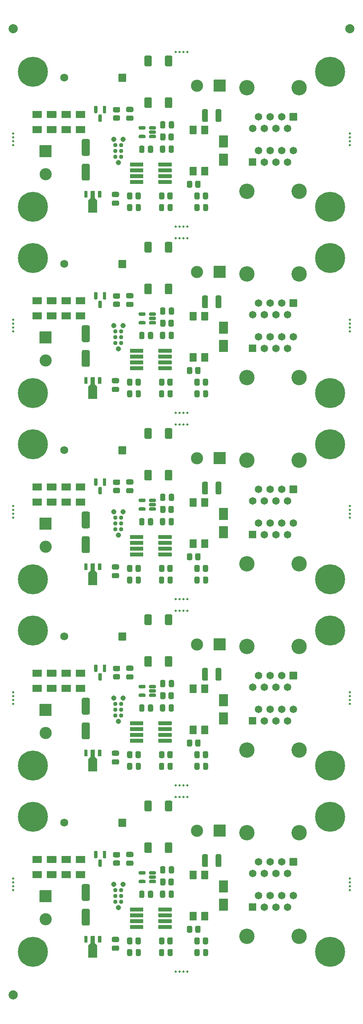
<source format=gts>
G04 #@! TF.GenerationSoftware,KiCad,Pcbnew,6.0.2+dfsg-1*
G04 #@! TF.CreationDate,2024-05-29T15:43:08-06:00*
G04 #@! TF.ProjectId,mss-crossover-array,6d73732d-6372-46f7-9373-6f7665722d61,rev?*
G04 #@! TF.SameCoordinates,Original*
G04 #@! TF.FileFunction,Soldermask,Top*
G04 #@! TF.FilePolarity,Negative*
%FSLAX46Y46*%
G04 Gerber Fmt 4.6, Leading zero omitted, Abs format (unit mm)*
G04 Created by KiCad (PCBNEW 6.0.2+dfsg-1) date 2024-05-29 15:43:08*
%MOMM*%
%LPD*%
G01*
G04 APERTURE LIST*
%ADD10C,0.500000*%
%ADD11C,3.352400*%
%ADD12C,1.652400*%
%ADD13C,6.552400*%
%ADD14C,1.143000*%
%ADD15C,0.939800*%
%ADD16C,2.652400*%
%ADD17C,1.728000*%
%ADD18C,2.000000*%
G04 APERTURE END LIST*
G36*
G01*
X115927000Y-81073800D02*
X117827000Y-81073800D01*
G75*
G02*
X117903200Y-81150000I0J-76200D01*
G01*
X117903200Y-82550000D01*
G75*
G02*
X117827000Y-82626200I-76200J0D01*
G01*
X115927000Y-82626200D01*
G75*
G02*
X115850800Y-82550000I0J76200D01*
G01*
X115850800Y-81150000D01*
G75*
G02*
X115927000Y-81073800I76200J0D01*
G01*
G37*
G36*
G01*
X115927000Y-84373800D02*
X117827000Y-84373800D01*
G75*
G02*
X117903200Y-84450000I0J-76200D01*
G01*
X117903200Y-85850000D01*
G75*
G02*
X117827000Y-85926200I-76200J0D01*
G01*
X115927000Y-85926200D01*
G75*
G02*
X115850800Y-85850000I0J76200D01*
G01*
X115850800Y-84450000D01*
G75*
G02*
X115927000Y-84373800I76200J0D01*
G01*
G37*
G36*
G01*
X146802700Y-86307250D02*
X146802700Y-87207250D01*
G75*
G02*
X146476500Y-87533450I-326200J0D01*
G01*
X145951500Y-87533450D01*
G75*
G02*
X145625300Y-87207250I0J326200D01*
G01*
X145625300Y-86307250D01*
G75*
G02*
X145951500Y-85981050I326200J0D01*
G01*
X146476500Y-85981050D01*
G75*
G02*
X146802700Y-86307250I0J-326200D01*
G01*
G37*
G36*
G01*
X144977700Y-86307250D02*
X144977700Y-87207250D01*
G75*
G02*
X144651500Y-87533450I-326200J0D01*
G01*
X144126500Y-87533450D01*
G75*
G02*
X143800300Y-87207250I0J326200D01*
G01*
X143800300Y-86307250D01*
G75*
G02*
X144126500Y-85981050I326200J0D01*
G01*
X144651500Y-85981050D01*
G75*
G02*
X144977700Y-86307250I0J-326200D01*
G01*
G37*
D10*
X149770000Y-147000000D03*
G36*
G01*
X131483250Y-79970800D02*
X131783250Y-79970800D01*
G75*
G02*
X132009450Y-80197000I0J-226200D01*
G01*
X132009450Y-81372000D01*
G75*
G02*
X131783250Y-81598200I-226200J0D01*
G01*
X131483250Y-81598200D01*
G75*
G02*
X131257050Y-81372000I0J226200D01*
G01*
X131257050Y-80197000D01*
G75*
G02*
X131483250Y-79970800I226200J0D01*
G01*
G37*
G36*
G01*
X129583250Y-79970800D02*
X129883250Y-79970800D01*
G75*
G02*
X130109450Y-80197000I0J-226200D01*
G01*
X130109450Y-81372000D01*
G75*
G02*
X129883250Y-81598200I-226200J0D01*
G01*
X129583250Y-81598200D01*
G75*
G02*
X129357050Y-81372000I0J226200D01*
G01*
X129357050Y-80197000D01*
G75*
G02*
X129583250Y-79970800I226200J0D01*
G01*
G37*
G36*
G01*
X130533250Y-81845800D02*
X130833250Y-81845800D01*
G75*
G02*
X131059450Y-82072000I0J-226200D01*
G01*
X131059450Y-83247000D01*
G75*
G02*
X130833250Y-83473200I-226200J0D01*
G01*
X130533250Y-83473200D01*
G75*
G02*
X130307050Y-83247000I0J226200D01*
G01*
X130307050Y-82072000D01*
G75*
G02*
X130533250Y-81845800I226200J0D01*
G01*
G37*
G36*
G01*
X146212000Y-71339000D02*
X145108000Y-71339000D01*
G75*
G02*
X144868000Y-71099000I0J240000D01*
G01*
X144868000Y-69275000D01*
G75*
G02*
X145108000Y-69035000I240000J0D01*
G01*
X146212000Y-69035000D01*
G75*
G02*
X146452000Y-69275000I0J-240000D01*
G01*
X146452000Y-71099000D01*
G75*
G02*
X146212000Y-71339000I-240000J0D01*
G01*
G37*
G36*
G01*
X146212000Y-80439000D02*
X145108000Y-80439000D01*
G75*
G02*
X144868000Y-80199000I0J240000D01*
G01*
X144868000Y-78375000D01*
G75*
G02*
X145108000Y-78135000I240000J0D01*
G01*
X146212000Y-78135000D01*
G75*
G02*
X146452000Y-78375000I0J-240000D01*
G01*
X146452000Y-80199000D01*
G75*
G02*
X146212000Y-80439000I-240000J0D01*
G01*
G37*
G36*
G01*
X141732000Y-71339000D02*
X140628000Y-71339000D01*
G75*
G02*
X140388000Y-71099000I0J240000D01*
G01*
X140388000Y-69275000D01*
G75*
G02*
X140628000Y-69035000I240000J0D01*
G01*
X141732000Y-69035000D01*
G75*
G02*
X141972000Y-69275000I0J-240000D01*
G01*
X141972000Y-71099000D01*
G75*
G02*
X141732000Y-71339000I-240000J0D01*
G01*
G37*
G36*
G01*
X141732000Y-80439000D02*
X140628000Y-80439000D01*
G75*
G02*
X140388000Y-80199000I0J240000D01*
G01*
X140388000Y-78375000D01*
G75*
G02*
X140628000Y-78135000I240000J0D01*
G01*
X141732000Y-78135000D01*
G75*
G02*
X141972000Y-78375000I0J-240000D01*
G01*
X141972000Y-80199000D01*
G75*
G02*
X141732000Y-80439000I-240000J0D01*
G01*
G37*
X185330000Y-167320000D03*
X185330000Y-207960000D03*
G36*
G01*
X146802700Y-167587250D02*
X146802700Y-168487250D01*
G75*
G02*
X146476500Y-168813450I-326200J0D01*
G01*
X145951500Y-168813450D01*
G75*
G02*
X145625300Y-168487250I0J326200D01*
G01*
X145625300Y-167587250D01*
G75*
G02*
X145951500Y-167261050I326200J0D01*
G01*
X146476500Y-167261050D01*
G75*
G02*
X146802700Y-167587250I0J-326200D01*
G01*
G37*
G36*
G01*
X144977700Y-167587250D02*
X144977700Y-168487250D01*
G75*
G02*
X144651500Y-168813450I-326200J0D01*
G01*
X144126500Y-168813450D01*
G75*
G02*
X143800300Y-168487250I0J326200D01*
G01*
X143800300Y-167587250D01*
G75*
G02*
X144126500Y-167261050I326200J0D01*
G01*
X144651500Y-167261050D01*
G75*
G02*
X144977700Y-167587250I0J-326200D01*
G01*
G37*
D11*
X162815500Y-35387000D03*
X174245500Y-35387000D03*
G36*
G01*
X173801700Y-40987000D02*
X173801700Y-42487000D01*
G75*
G02*
X173725500Y-42563200I-76200J0D01*
G01*
X172225500Y-42563200D01*
G75*
G02*
X172149300Y-42487000I0J76200D01*
G01*
X172149300Y-40987000D01*
G75*
G02*
X172225500Y-40910800I76200J0D01*
G01*
X173725500Y-40910800D01*
G75*
G02*
X173801700Y-40987000I0J-76200D01*
G01*
G37*
D12*
X171705500Y-44277000D03*
X170435500Y-41737000D03*
X169165500Y-44277000D03*
X167895500Y-41737000D03*
X166625500Y-44277000D03*
X165355500Y-41737000D03*
X164085500Y-44277000D03*
G36*
G01*
X146212000Y-30699000D02*
X145108000Y-30699000D01*
G75*
G02*
X144868000Y-30459000I0J240000D01*
G01*
X144868000Y-28635000D01*
G75*
G02*
X145108000Y-28395000I240000J0D01*
G01*
X146212000Y-28395000D01*
G75*
G02*
X146452000Y-28635000I0J-240000D01*
G01*
X146452000Y-30459000D01*
G75*
G02*
X146212000Y-30699000I-240000J0D01*
G01*
G37*
G36*
G01*
X146212000Y-39799000D02*
X145108000Y-39799000D01*
G75*
G02*
X144868000Y-39559000I0J240000D01*
G01*
X144868000Y-37735000D01*
G75*
G02*
X145108000Y-37495000I240000J0D01*
G01*
X146212000Y-37495000D01*
G75*
G02*
X146452000Y-37735000I0J-240000D01*
G01*
X146452000Y-39559000D01*
G75*
G02*
X146212000Y-39799000I-240000J0D01*
G01*
G37*
G36*
G01*
X141732000Y-30699000D02*
X140628000Y-30699000D01*
G75*
G02*
X140388000Y-30459000I0J240000D01*
G01*
X140388000Y-28635000D01*
G75*
G02*
X140628000Y-28395000I240000J0D01*
G01*
X141732000Y-28395000D01*
G75*
G02*
X141972000Y-28635000I0J-240000D01*
G01*
X141972000Y-30459000D01*
G75*
G02*
X141732000Y-30699000I-240000J0D01*
G01*
G37*
G36*
G01*
X141732000Y-39799000D02*
X140628000Y-39799000D01*
G75*
G02*
X140388000Y-39559000I0J240000D01*
G01*
X140388000Y-37735000D01*
G75*
G02*
X140628000Y-37495000I240000J0D01*
G01*
X141732000Y-37495000D01*
G75*
G02*
X141972000Y-37735000I0J-240000D01*
G01*
X141972000Y-39559000D01*
G75*
G02*
X141732000Y-39799000I-240000J0D01*
G01*
G37*
G36*
G01*
X134726000Y-164503200D02*
X133826000Y-164503200D01*
G75*
G02*
X133499800Y-164177000I0J326200D01*
G01*
X133499800Y-163652000D01*
G75*
G02*
X133826000Y-163325800I326200J0D01*
G01*
X134726000Y-163325800D01*
G75*
G02*
X135052200Y-163652000I0J-326200D01*
G01*
X135052200Y-164177000D01*
G75*
G02*
X134726000Y-164503200I-326200J0D01*
G01*
G37*
G36*
G01*
X134726000Y-162678200D02*
X133826000Y-162678200D01*
G75*
G02*
X133499800Y-162352000I0J326200D01*
G01*
X133499800Y-161827000D01*
G75*
G02*
X133826000Y-161500800I326200J0D01*
G01*
X134726000Y-161500800D01*
G75*
G02*
X135052200Y-161827000I0J-326200D01*
G01*
X135052200Y-162352000D01*
G75*
G02*
X134726000Y-162678200I-326200J0D01*
G01*
G37*
D10*
X147230000Y-65720000D03*
G36*
G01*
X146345200Y-177536000D02*
X146345200Y-178186000D01*
G75*
G02*
X146269000Y-178262200I-76200J0D01*
G01*
X143469000Y-178262200D01*
G75*
G02*
X143392800Y-178186000I0J76200D01*
G01*
X143392800Y-177536000D01*
G75*
G02*
X143469000Y-177459800I76200J0D01*
G01*
X146269000Y-177459800D01*
G75*
G02*
X146345200Y-177536000I0J-76200D01*
G01*
G37*
G36*
G01*
X146345200Y-176266000D02*
X146345200Y-176916000D01*
G75*
G02*
X146269000Y-176992200I-76200J0D01*
G01*
X143469000Y-176992200D01*
G75*
G02*
X143392800Y-176916000I0J76200D01*
G01*
X143392800Y-176266000D01*
G75*
G02*
X143469000Y-176189800I76200J0D01*
G01*
X146269000Y-176189800D01*
G75*
G02*
X146345200Y-176266000I0J-76200D01*
G01*
G37*
G36*
G01*
X146345200Y-174996000D02*
X146345200Y-175646000D01*
G75*
G02*
X146269000Y-175722200I-76200J0D01*
G01*
X143469000Y-175722200D01*
G75*
G02*
X143392800Y-175646000I0J76200D01*
G01*
X143392800Y-174996000D01*
G75*
G02*
X143469000Y-174919800I76200J0D01*
G01*
X146269000Y-174919800D01*
G75*
G02*
X146345200Y-174996000I0J-76200D01*
G01*
G37*
G36*
G01*
X146345200Y-173726000D02*
X146345200Y-174376000D01*
G75*
G02*
X146269000Y-174452200I-76200J0D01*
G01*
X143469000Y-174452200D01*
G75*
G02*
X143392800Y-174376000I0J76200D01*
G01*
X143392800Y-173726000D01*
G75*
G02*
X143469000Y-173649800I76200J0D01*
G01*
X146269000Y-173649800D01*
G75*
G02*
X146345200Y-173726000I0J-76200D01*
G01*
G37*
G36*
G01*
X140145200Y-173726000D02*
X140145200Y-174376000D01*
G75*
G02*
X140069000Y-174452200I-76200J0D01*
G01*
X137269000Y-174452200D01*
G75*
G02*
X137192800Y-174376000I0J76200D01*
G01*
X137192800Y-173726000D01*
G75*
G02*
X137269000Y-173649800I76200J0D01*
G01*
X140069000Y-173649800D01*
G75*
G02*
X140145200Y-173726000I0J-76200D01*
G01*
G37*
G36*
G01*
X140145200Y-174996000D02*
X140145200Y-175646000D01*
G75*
G02*
X140069000Y-175722200I-76200J0D01*
G01*
X137269000Y-175722200D01*
G75*
G02*
X137192800Y-175646000I0J76200D01*
G01*
X137192800Y-174996000D01*
G75*
G02*
X137269000Y-174919800I76200J0D01*
G01*
X140069000Y-174919800D01*
G75*
G02*
X140145200Y-174996000I0J-76200D01*
G01*
G37*
G36*
G01*
X140145200Y-176266000D02*
X140145200Y-176916000D01*
G75*
G02*
X140069000Y-176992200I-76200J0D01*
G01*
X137269000Y-176992200D01*
G75*
G02*
X137192800Y-176916000I0J76200D01*
G01*
X137192800Y-176266000D01*
G75*
G02*
X137269000Y-176189800I76200J0D01*
G01*
X140069000Y-176189800D01*
G75*
G02*
X140145200Y-176266000I0J-76200D01*
G01*
G37*
G36*
G01*
X140145200Y-177536000D02*
X140145200Y-178186000D01*
G75*
G02*
X140069000Y-178262200I-76200J0D01*
G01*
X137269000Y-178262200D01*
G75*
G02*
X137192800Y-178186000I0J76200D01*
G01*
X137192800Y-177536000D01*
G75*
G02*
X137269000Y-177459800I76200J0D01*
G01*
X140069000Y-177459800D01*
G75*
G02*
X140145200Y-177536000I0J-76200D01*
G01*
G37*
G36*
G01*
X146345200Y-55616000D02*
X146345200Y-56266000D01*
G75*
G02*
X146269000Y-56342200I-76200J0D01*
G01*
X143469000Y-56342200D01*
G75*
G02*
X143392800Y-56266000I0J76200D01*
G01*
X143392800Y-55616000D01*
G75*
G02*
X143469000Y-55539800I76200J0D01*
G01*
X146269000Y-55539800D01*
G75*
G02*
X146345200Y-55616000I0J-76200D01*
G01*
G37*
G36*
G01*
X146345200Y-54346000D02*
X146345200Y-54996000D01*
G75*
G02*
X146269000Y-55072200I-76200J0D01*
G01*
X143469000Y-55072200D01*
G75*
G02*
X143392800Y-54996000I0J76200D01*
G01*
X143392800Y-54346000D01*
G75*
G02*
X143469000Y-54269800I76200J0D01*
G01*
X146269000Y-54269800D01*
G75*
G02*
X146345200Y-54346000I0J-76200D01*
G01*
G37*
G36*
G01*
X146345200Y-53076000D02*
X146345200Y-53726000D01*
G75*
G02*
X146269000Y-53802200I-76200J0D01*
G01*
X143469000Y-53802200D01*
G75*
G02*
X143392800Y-53726000I0J76200D01*
G01*
X143392800Y-53076000D01*
G75*
G02*
X143469000Y-52999800I76200J0D01*
G01*
X146269000Y-52999800D01*
G75*
G02*
X146345200Y-53076000I0J-76200D01*
G01*
G37*
G36*
G01*
X146345200Y-51806000D02*
X146345200Y-52456000D01*
G75*
G02*
X146269000Y-52532200I-76200J0D01*
G01*
X143469000Y-52532200D01*
G75*
G02*
X143392800Y-52456000I0J76200D01*
G01*
X143392800Y-51806000D01*
G75*
G02*
X143469000Y-51729800I76200J0D01*
G01*
X146269000Y-51729800D01*
G75*
G02*
X146345200Y-51806000I0J-76200D01*
G01*
G37*
G36*
G01*
X140145200Y-51806000D02*
X140145200Y-52456000D01*
G75*
G02*
X140069000Y-52532200I-76200J0D01*
G01*
X137269000Y-52532200D01*
G75*
G02*
X137192800Y-52456000I0J76200D01*
G01*
X137192800Y-51806000D01*
G75*
G02*
X137269000Y-51729800I76200J0D01*
G01*
X140069000Y-51729800D01*
G75*
G02*
X140145200Y-51806000I0J-76200D01*
G01*
G37*
G36*
G01*
X140145200Y-53076000D02*
X140145200Y-53726000D01*
G75*
G02*
X140069000Y-53802200I-76200J0D01*
G01*
X137269000Y-53802200D01*
G75*
G02*
X137192800Y-53726000I0J76200D01*
G01*
X137192800Y-53076000D01*
G75*
G02*
X137269000Y-52999800I76200J0D01*
G01*
X140069000Y-52999800D01*
G75*
G02*
X140145200Y-53076000I0J-76200D01*
G01*
G37*
G36*
G01*
X140145200Y-54346000D02*
X140145200Y-54996000D01*
G75*
G02*
X140069000Y-55072200I-76200J0D01*
G01*
X137269000Y-55072200D01*
G75*
G02*
X137192800Y-54996000I0J76200D01*
G01*
X137192800Y-54346000D01*
G75*
G02*
X137269000Y-54269800I76200J0D01*
G01*
X140069000Y-54269800D01*
G75*
G02*
X140145200Y-54346000I0J-76200D01*
G01*
G37*
G36*
G01*
X140145200Y-55616000D02*
X140145200Y-56266000D01*
G75*
G02*
X140069000Y-56342200I-76200J0D01*
G01*
X137269000Y-56342200D01*
G75*
G02*
X137192800Y-56266000I0J76200D01*
G01*
X137192800Y-55616000D01*
G75*
G02*
X137269000Y-55539800I76200J0D01*
G01*
X140069000Y-55539800D01*
G75*
G02*
X140145200Y-55616000I0J-76200D01*
G01*
G37*
G36*
G01*
X125426600Y-202993800D02*
X127326600Y-202993800D01*
G75*
G02*
X127402800Y-203070000I0J-76200D01*
G01*
X127402800Y-204470000D01*
G75*
G02*
X127326600Y-204546200I-76200J0D01*
G01*
X125426600Y-204546200D01*
G75*
G02*
X125350400Y-204470000I0J76200D01*
G01*
X125350400Y-203070000D01*
G75*
G02*
X125426600Y-202993800I76200J0D01*
G01*
G37*
G36*
G01*
X125426600Y-206293800D02*
X127326600Y-206293800D01*
G75*
G02*
X127402800Y-206370000I0J-76200D01*
G01*
X127402800Y-207770000D01*
G75*
G02*
X127326600Y-207846200I-76200J0D01*
G01*
X125426600Y-207846200D01*
G75*
G02*
X125350400Y-207770000I0J76200D01*
G01*
X125350400Y-206370000D01*
G75*
G02*
X125426600Y-206293800I76200J0D01*
G01*
G37*
X147230000Y-147000000D03*
G36*
G01*
X139587200Y-221099000D02*
X139587200Y-221999000D01*
G75*
G02*
X139261000Y-222325200I-326200J0D01*
G01*
X138736000Y-222325200D01*
G75*
G02*
X138409800Y-221999000I0J326200D01*
G01*
X138409800Y-221099000D01*
G75*
G02*
X138736000Y-220772800I326200J0D01*
G01*
X139261000Y-220772800D01*
G75*
G02*
X139587200Y-221099000I0J-326200D01*
G01*
G37*
G36*
G01*
X137762200Y-221099000D02*
X137762200Y-221999000D01*
G75*
G02*
X137436000Y-222325200I-326200J0D01*
G01*
X136911000Y-222325200D01*
G75*
G02*
X136584800Y-221999000I0J326200D01*
G01*
X136584800Y-221099000D01*
G75*
G02*
X136911000Y-220772800I326200J0D01*
G01*
X137436000Y-220772800D01*
G75*
G02*
X137762200Y-221099000I0J-326200D01*
G01*
G37*
D13*
X115988000Y-102042000D03*
D10*
X185330000Y-88580000D03*
G36*
G01*
X125426600Y-81073800D02*
X127326600Y-81073800D01*
G75*
G02*
X127402800Y-81150000I0J-76200D01*
G01*
X127402800Y-82550000D01*
G75*
G02*
X127326600Y-82626200I-76200J0D01*
G01*
X125426600Y-82626200D01*
G75*
G02*
X125350400Y-82550000I0J76200D01*
G01*
X125350400Y-81150000D01*
G75*
G02*
X125426600Y-81073800I76200J0D01*
G01*
G37*
G36*
G01*
X125426600Y-84373800D02*
X127326600Y-84373800D01*
G75*
G02*
X127402800Y-84450000I0J-76200D01*
G01*
X127402800Y-85850000D01*
G75*
G02*
X127326600Y-85926200I-76200J0D01*
G01*
X125426600Y-85926200D01*
G75*
G02*
X125350400Y-85850000I0J76200D01*
G01*
X125350400Y-84450000D01*
G75*
G02*
X125426600Y-84373800I76200J0D01*
G01*
G37*
D14*
X134657000Y-133030000D03*
X133641000Y-127950000D03*
X135673000Y-127950000D03*
D15*
X135292000Y-131760000D03*
X134022000Y-131760000D03*
X135292000Y-130490000D03*
X134022000Y-130490000D03*
X135292000Y-129220000D03*
X134022000Y-129220000D03*
D10*
X185330000Y-168166666D03*
G36*
G01*
X117486000Y-47923800D02*
X119986000Y-47923800D01*
G75*
G02*
X120062200Y-48000000I0J-76200D01*
G01*
X120062200Y-50500000D01*
G75*
G02*
X119986000Y-50576200I-76200J0D01*
G01*
X117486000Y-50576200D01*
G75*
G02*
X117409800Y-50500000I0J76200D01*
G01*
X117409800Y-48000000D01*
G75*
G02*
X117486000Y-47923800I76200J0D01*
G01*
G37*
D16*
X118736000Y-54250000D03*
G36*
G01*
X125426600Y-40433800D02*
X127326600Y-40433800D01*
G75*
G02*
X127402800Y-40510000I0J-76200D01*
G01*
X127402800Y-41910000D01*
G75*
G02*
X127326600Y-41986200I-76200J0D01*
G01*
X125426600Y-41986200D01*
G75*
G02*
X125350400Y-41910000I0J76200D01*
G01*
X125350400Y-40510000D01*
G75*
G02*
X125426600Y-40433800I76200J0D01*
G01*
G37*
G36*
G01*
X125426600Y-43733800D02*
X127326600Y-43733800D01*
G75*
G02*
X127402800Y-43810000I0J-76200D01*
G01*
X127402800Y-45210000D01*
G75*
G02*
X127326600Y-45286200I-76200J0D01*
G01*
X125426600Y-45286200D01*
G75*
G02*
X125350400Y-45210000I0J76200D01*
G01*
X125350400Y-43810000D01*
G75*
G02*
X125426600Y-43733800I76200J0D01*
G01*
G37*
G36*
G01*
X158168200Y-74330000D02*
X158168200Y-76830000D01*
G75*
G02*
X158092000Y-76906200I-76200J0D01*
G01*
X155592000Y-76906200D01*
G75*
G02*
X155515800Y-76830000I0J76200D01*
G01*
X155515800Y-74330000D01*
G75*
G02*
X155592000Y-74253800I76200J0D01*
G01*
X158092000Y-74253800D01*
G75*
G02*
X158168200Y-74330000I0J-76200D01*
G01*
G37*
X151842000Y-75580000D03*
G36*
G01*
X151738500Y-217078600D02*
X150341500Y-217078600D01*
G75*
G02*
X150265300Y-217002400I0J76200D01*
G01*
X150265300Y-215300600D01*
G75*
G02*
X150341500Y-215224400I76200J0D01*
G01*
X151738500Y-215224400D01*
G75*
G02*
X151814700Y-215300600I0J-76200D01*
G01*
X151814700Y-217002400D01*
G75*
G02*
X151738500Y-217078600I-76200J0D01*
G01*
G37*
G36*
G01*
X154278500Y-217078600D02*
X152881500Y-217078600D01*
G75*
G02*
X152805300Y-217002400I0J76200D01*
G01*
X152805300Y-215300600D01*
G75*
G02*
X152881500Y-215224400I76200J0D01*
G01*
X154278500Y-215224400D01*
G75*
G02*
X154354700Y-215300600I0J-76200D01*
G01*
X154354700Y-217002400D01*
G75*
G02*
X154278500Y-217078600I-76200J0D01*
G01*
G37*
G36*
G01*
X154278500Y-208061600D02*
X152881500Y-208061600D01*
G75*
G02*
X152805300Y-207985400I0J76200D01*
G01*
X152805300Y-206283600D01*
G75*
G02*
X152881500Y-206207400I76200J0D01*
G01*
X154278500Y-206207400D01*
G75*
G02*
X154354700Y-206283600I0J-76200D01*
G01*
X154354700Y-207985400D01*
G75*
G02*
X154278500Y-208061600I-76200J0D01*
G01*
G37*
G36*
G01*
X151738500Y-208061600D02*
X150341500Y-208061600D01*
G75*
G02*
X150265300Y-207985400I0J76200D01*
G01*
X150265300Y-206283600D01*
G75*
G02*
X150341500Y-206207400I76200J0D01*
G01*
X151738500Y-206207400D01*
G75*
G02*
X151814700Y-206283600I0J-76200D01*
G01*
X151814700Y-207985400D01*
G75*
G02*
X151738500Y-208061600I-76200J0D01*
G01*
G37*
G36*
G01*
X136410000Y-195006000D02*
X136410000Y-196530000D01*
G75*
G02*
X136308000Y-196632000I-102000J0D01*
G01*
X134784000Y-196632000D01*
G75*
G02*
X134682000Y-196530000I0J102000D01*
G01*
X134682000Y-195006000D01*
G75*
G02*
X134784000Y-194904000I102000J0D01*
G01*
X136308000Y-194904000D01*
G75*
G02*
X136410000Y-195006000I0J-102000D01*
G01*
G37*
D17*
X122846000Y-195768000D03*
G36*
G01*
X156744000Y-208316800D02*
X158544000Y-208316800D01*
G75*
G02*
X158620200Y-208393000I0J-76200D01*
G01*
X158620200Y-210893000D01*
G75*
G02*
X158544000Y-210969200I-76200J0D01*
G01*
X156744000Y-210969200D01*
G75*
G02*
X156667800Y-210893000I0J76200D01*
G01*
X156667800Y-208393000D01*
G75*
G02*
X156744000Y-208316800I76200J0D01*
G01*
G37*
G36*
G01*
X156744000Y-212316800D02*
X158544000Y-212316800D01*
G75*
G02*
X158620200Y-212393000I0J-76200D01*
G01*
X158620200Y-214893000D01*
G75*
G02*
X158544000Y-214969200I-76200J0D01*
G01*
X156744000Y-214969200D01*
G75*
G02*
X156667800Y-214893000I0J76200D01*
G01*
X156667800Y-212393000D01*
G75*
G02*
X156744000Y-212316800I76200J0D01*
G01*
G37*
D10*
X148076667Y-108900000D03*
G36*
G01*
X146802700Y-45667250D02*
X146802700Y-46567250D01*
G75*
G02*
X146476500Y-46893450I-326200J0D01*
G01*
X145951500Y-46893450D01*
G75*
G02*
X145625300Y-46567250I0J326200D01*
G01*
X145625300Y-45667250D01*
G75*
G02*
X145951500Y-45341050I326200J0D01*
G01*
X146476500Y-45341050D01*
G75*
G02*
X146802700Y-45667250I0J-326200D01*
G01*
G37*
G36*
G01*
X144977700Y-45667250D02*
X144977700Y-46567250D01*
G75*
G02*
X144651500Y-46893450I-326200J0D01*
G01*
X144126500Y-46893450D01*
G75*
G02*
X143800300Y-46567250I0J326200D01*
G01*
X143800300Y-45667250D01*
G75*
G02*
X144126500Y-45341050I326200J0D01*
G01*
X144651500Y-45341050D01*
G75*
G02*
X144977700Y-45667250I0J-326200D01*
G01*
G37*
X147230000Y-187640000D03*
G36*
G01*
X151316800Y-140719000D02*
X151316800Y-139819000D01*
G75*
G02*
X151643000Y-139492800I326200J0D01*
G01*
X152168000Y-139492800D01*
G75*
G02*
X152494200Y-139819000I0J-326200D01*
G01*
X152494200Y-140719000D01*
G75*
G02*
X152168000Y-141045200I-326200J0D01*
G01*
X151643000Y-141045200D01*
G75*
G02*
X151316800Y-140719000I0J326200D01*
G01*
G37*
G36*
G01*
X153141800Y-140719000D02*
X153141800Y-139819000D01*
G75*
G02*
X153468000Y-139492800I326200J0D01*
G01*
X153993000Y-139492800D01*
G75*
G02*
X154319200Y-139819000I0J-326200D01*
G01*
X154319200Y-140719000D01*
G75*
G02*
X153993000Y-141045200I-326200J0D01*
G01*
X153468000Y-141045200D01*
G75*
G02*
X153141800Y-140719000I0J326200D01*
G01*
G37*
G36*
G01*
X134726000Y-83223200D02*
X133826000Y-83223200D01*
G75*
G02*
X133499800Y-82897000I0J326200D01*
G01*
X133499800Y-82372000D01*
G75*
G02*
X133826000Y-82045800I326200J0D01*
G01*
X134726000Y-82045800D01*
G75*
G02*
X135052200Y-82372000I0J-326200D01*
G01*
X135052200Y-82897000D01*
G75*
G02*
X134726000Y-83223200I-326200J0D01*
G01*
G37*
G36*
G01*
X134726000Y-81398200D02*
X133826000Y-81398200D01*
G75*
G02*
X133499800Y-81072000I0J326200D01*
G01*
X133499800Y-80547000D01*
G75*
G02*
X133826000Y-80220800I326200J0D01*
G01*
X134726000Y-80220800D01*
G75*
G02*
X135052200Y-80547000I0J-326200D01*
G01*
X135052200Y-81072000D01*
G75*
G02*
X134726000Y-81398200I-326200J0D01*
G01*
G37*
G36*
G01*
X136410000Y-154366000D02*
X136410000Y-155890000D01*
G75*
G02*
X136308000Y-155992000I-102000J0D01*
G01*
X134784000Y-155992000D01*
G75*
G02*
X134682000Y-155890000I0J102000D01*
G01*
X134682000Y-154366000D01*
G75*
G02*
X134784000Y-154264000I102000J0D01*
G01*
X136308000Y-154264000D01*
G75*
G02*
X136410000Y-154366000I0J-102000D01*
G01*
G37*
D17*
X122846000Y-155128000D03*
G36*
G01*
X130294000Y-139201300D02*
X130844000Y-139201300D01*
G75*
G02*
X130920200Y-139277500I0J-76200D01*
G01*
X130920200Y-140577500D01*
G75*
G02*
X130844000Y-140653700I-76200J0D01*
G01*
X130294000Y-140653700D01*
G75*
G02*
X130217800Y-140577500I0J76200D01*
G01*
X130217800Y-139277500D01*
G75*
G02*
X130294000Y-139201300I76200J0D01*
G01*
G37*
G36*
X130052373Y-143926480D02*
G01*
X130007232Y-143952542D01*
X129994000Y-143953700D01*
X128144000Y-143953700D01*
X128095020Y-143935873D01*
X128068958Y-143890732D01*
X128067800Y-143877500D01*
X128067800Y-141277500D01*
X128085627Y-141228520D01*
X128090118Y-141223618D01*
X128592800Y-140720936D01*
X128592800Y-139277500D01*
X128610627Y-139228520D01*
X128655768Y-139202458D01*
X128669000Y-139201300D01*
X129469000Y-139201300D01*
X129517980Y-139219127D01*
X129544042Y-139264268D01*
X129545200Y-139277500D01*
X129545200Y-140720936D01*
X130047882Y-141223618D01*
X130069910Y-141270859D01*
X130070200Y-141277500D01*
X130070200Y-143877500D01*
X130052373Y-143926480D01*
G37*
G36*
G01*
X127294000Y-139201300D02*
X127844000Y-139201300D01*
G75*
G02*
X127920200Y-139277500I0J-76200D01*
G01*
X127920200Y-140577500D01*
G75*
G02*
X127844000Y-140653700I-76200J0D01*
G01*
X127294000Y-140653700D01*
G75*
G02*
X127217800Y-140577500I0J76200D01*
G01*
X127217800Y-139277500D01*
G75*
G02*
X127294000Y-139201300I76200J0D01*
G01*
G37*
D10*
X185330000Y-209653333D03*
G36*
G01*
X121027400Y-45286200D02*
X119127400Y-45286200D01*
G75*
G02*
X119051200Y-45210000I0J76200D01*
G01*
X119051200Y-43810000D01*
G75*
G02*
X119127400Y-43733800I76200J0D01*
G01*
X121027400Y-43733800D01*
G75*
G02*
X121103600Y-43810000I0J-76200D01*
G01*
X121103600Y-45210000D01*
G75*
G02*
X121027400Y-45286200I-76200J0D01*
G01*
G37*
G36*
G01*
X121027400Y-41986200D02*
X119127400Y-41986200D01*
G75*
G02*
X119051200Y-41910000I0J76200D01*
G01*
X119051200Y-40510000D01*
G75*
G02*
X119127400Y-40433800I76200J0D01*
G01*
X121027400Y-40433800D01*
G75*
G02*
X121103600Y-40510000I0J-76200D01*
G01*
X121103600Y-41910000D01*
G75*
G02*
X121027400Y-41986200I-76200J0D01*
G01*
G37*
X148923333Y-108900000D03*
G36*
G01*
X136584800Y-102625250D02*
X136584800Y-101712750D01*
G75*
G02*
X136904750Y-101392800I319950J0D01*
G01*
X137392250Y-101392800D01*
G75*
G02*
X137712200Y-101712750I0J-319950D01*
G01*
X137712200Y-102625250D01*
G75*
G02*
X137392250Y-102945200I-319950J0D01*
G01*
X136904750Y-102945200D01*
G75*
G02*
X136584800Y-102625250I0J319950D01*
G01*
G37*
G36*
G01*
X138459800Y-102625250D02*
X138459800Y-101712750D01*
G75*
G02*
X138779750Y-101392800I319950J0D01*
G01*
X139267250Y-101392800D01*
G75*
G02*
X139587200Y-101712750I0J-319950D01*
G01*
X139587200Y-102625250D01*
G75*
G02*
X139267250Y-102945200I-319950J0D01*
G01*
X138779750Y-102945200D01*
G75*
G02*
X138459800Y-102625250I0J319950D01*
G01*
G37*
X147230000Y-106360000D03*
X111670000Y-169860000D03*
X149770000Y-68260000D03*
G36*
G01*
X146851200Y-205580000D02*
X146851200Y-206530000D01*
G75*
G02*
X146525000Y-206856200I-326200J0D01*
G01*
X146025000Y-206856200D01*
G75*
G02*
X145698800Y-206530000I0J326200D01*
G01*
X145698800Y-205580000D01*
G75*
G02*
X146025000Y-205253800I326200J0D01*
G01*
X146525000Y-205253800D01*
G75*
G02*
X146851200Y-205580000I0J-326200D01*
G01*
G37*
G36*
G01*
X144951200Y-205580000D02*
X144951200Y-206530000D01*
G75*
G02*
X144625000Y-206856200I-326200J0D01*
G01*
X144125000Y-206856200D01*
G75*
G02*
X143798800Y-206530000I0J326200D01*
G01*
X143798800Y-205580000D01*
G75*
G02*
X144125000Y-205253800I326200J0D01*
G01*
X144625000Y-205253800D01*
G75*
G02*
X144951200Y-205580000I0J-326200D01*
G01*
G37*
X185330000Y-127526666D03*
G36*
G01*
X146827700Y-129589250D02*
X146827700Y-130539250D01*
G75*
G02*
X146501500Y-130865450I-326200J0D01*
G01*
X146001500Y-130865450D01*
G75*
G02*
X145675300Y-130539250I0J326200D01*
G01*
X145675300Y-129589250D01*
G75*
G02*
X146001500Y-129263050I326200J0D01*
G01*
X146501500Y-129263050D01*
G75*
G02*
X146827700Y-129589250I0J-326200D01*
G01*
G37*
G36*
G01*
X144927700Y-129589250D02*
X144927700Y-130539250D01*
G75*
G02*
X144601500Y-130865450I-326200J0D01*
G01*
X144101500Y-130865450D01*
G75*
G02*
X143775300Y-130539250I0J326200D01*
G01*
X143775300Y-129589250D01*
G75*
G02*
X144101500Y-129263050I326200J0D01*
G01*
X144601500Y-129263050D01*
G75*
G02*
X144927700Y-129589250I0J-326200D01*
G01*
G37*
G36*
G01*
X143569800Y-100079000D02*
X143569800Y-99179000D01*
G75*
G02*
X143896000Y-98852800I326200J0D01*
G01*
X144421000Y-98852800D01*
G75*
G02*
X144747200Y-99179000I0J-326200D01*
G01*
X144747200Y-100079000D01*
G75*
G02*
X144421000Y-100405200I-326200J0D01*
G01*
X143896000Y-100405200D01*
G75*
G02*
X143569800Y-100079000I0J326200D01*
G01*
G37*
G36*
G01*
X145394800Y-100079000D02*
X145394800Y-99179000D01*
G75*
G02*
X145721000Y-98852800I326200J0D01*
G01*
X146246000Y-98852800D01*
G75*
G02*
X146572200Y-99179000I0J-326200D01*
G01*
X146572200Y-100079000D01*
G75*
G02*
X146246000Y-100405200I-326200J0D01*
G01*
X145721000Y-100405200D01*
G75*
G02*
X145394800Y-100079000I0J326200D01*
G01*
G37*
X148076667Y-190180000D03*
G36*
G01*
X139226800Y-89944000D02*
X139226800Y-88994000D01*
G75*
G02*
X139553000Y-88667800I326200J0D01*
G01*
X140053000Y-88667800D01*
G75*
G02*
X140379200Y-88994000I0J-326200D01*
G01*
X140379200Y-89944000D01*
G75*
G02*
X140053000Y-90270200I-326200J0D01*
G01*
X139553000Y-90270200D01*
G75*
G02*
X139226800Y-89944000I0J326200D01*
G01*
G37*
G36*
G01*
X141126800Y-89944000D02*
X141126800Y-88994000D01*
G75*
G02*
X141453000Y-88667800I326200J0D01*
G01*
X141953000Y-88667800D01*
G75*
G02*
X142279200Y-88994000I0J-326200D01*
G01*
X142279200Y-89944000D01*
G75*
G02*
X141953000Y-90270200I-326200J0D01*
G01*
X141453000Y-90270200D01*
G75*
G02*
X141126800Y-89944000I0J326200D01*
G01*
G37*
G36*
G01*
X125426600Y-162353800D02*
X127326600Y-162353800D01*
G75*
G02*
X127402800Y-162430000I0J-76200D01*
G01*
X127402800Y-163830000D01*
G75*
G02*
X127326600Y-163906200I-76200J0D01*
G01*
X125426600Y-163906200D01*
G75*
G02*
X125350400Y-163830000I0J76200D01*
G01*
X125350400Y-162430000D01*
G75*
G02*
X125426600Y-162353800I76200J0D01*
G01*
G37*
G36*
G01*
X125426600Y-165653800D02*
X127326600Y-165653800D01*
G75*
G02*
X127402800Y-165730000I0J-76200D01*
G01*
X127402800Y-167130000D01*
G75*
G02*
X127326600Y-167206200I-76200J0D01*
G01*
X125426600Y-167206200D01*
G75*
G02*
X125350400Y-167130000I0J76200D01*
G01*
X125350400Y-165730000D01*
G75*
G02*
X125426600Y-165653800I76200J0D01*
G01*
G37*
G36*
G01*
X151738500Y-95158600D02*
X150341500Y-95158600D01*
G75*
G02*
X150265300Y-95082400I0J76200D01*
G01*
X150265300Y-93380600D01*
G75*
G02*
X150341500Y-93304400I76200J0D01*
G01*
X151738500Y-93304400D01*
G75*
G02*
X151814700Y-93380600I0J-76200D01*
G01*
X151814700Y-95082400D01*
G75*
G02*
X151738500Y-95158600I-76200J0D01*
G01*
G37*
G36*
G01*
X154278500Y-95158600D02*
X152881500Y-95158600D01*
G75*
G02*
X152805300Y-95082400I0J76200D01*
G01*
X152805300Y-93380600D01*
G75*
G02*
X152881500Y-93304400I76200J0D01*
G01*
X154278500Y-93304400D01*
G75*
G02*
X154354700Y-93380600I0J-76200D01*
G01*
X154354700Y-95082400D01*
G75*
G02*
X154278500Y-95158600I-76200J0D01*
G01*
G37*
G36*
G01*
X154278500Y-86141600D02*
X152881500Y-86141600D01*
G75*
G02*
X152805300Y-86065400I0J76200D01*
G01*
X152805300Y-84363600D01*
G75*
G02*
X152881500Y-84287400I76200J0D01*
G01*
X154278500Y-84287400D01*
G75*
G02*
X154354700Y-84363600I0J-76200D01*
G01*
X154354700Y-86065400D01*
G75*
G02*
X154278500Y-86141600I-76200J0D01*
G01*
G37*
G36*
G01*
X151738500Y-86141600D02*
X150341500Y-86141600D01*
G75*
G02*
X150265300Y-86065400I0J76200D01*
G01*
X150265300Y-84363600D01*
G75*
G02*
X150341500Y-84287400I76200J0D01*
G01*
X151738500Y-84287400D01*
G75*
G02*
X151814700Y-84363600I0J-76200D01*
G01*
X151814700Y-86065400D01*
G75*
G02*
X151738500Y-86141600I-76200J0D01*
G01*
G37*
X111670000Y-168166666D03*
G36*
G01*
X156744000Y-86396800D02*
X158544000Y-86396800D01*
G75*
G02*
X158620200Y-86473000I0J-76200D01*
G01*
X158620200Y-88973000D01*
G75*
G02*
X158544000Y-89049200I-76200J0D01*
G01*
X156744000Y-89049200D01*
G75*
G02*
X156667800Y-88973000I0J76200D01*
G01*
X156667800Y-86473000D01*
G75*
G02*
X156744000Y-86396800I76200J0D01*
G01*
G37*
G36*
G01*
X156744000Y-90396800D02*
X158544000Y-90396800D01*
G75*
G02*
X158620200Y-90473000I0J-76200D01*
G01*
X158620200Y-92973000D01*
G75*
G02*
X158544000Y-93049200I-76200J0D01*
G01*
X156744000Y-93049200D01*
G75*
G02*
X156667800Y-92973000I0J76200D01*
G01*
X156667800Y-90473000D01*
G75*
G02*
X156744000Y-90396800I76200J0D01*
G01*
G37*
X147230000Y-190180000D03*
G36*
G01*
X115927000Y-121713800D02*
X117827000Y-121713800D01*
G75*
G02*
X117903200Y-121790000I0J-76200D01*
G01*
X117903200Y-123190000D01*
G75*
G02*
X117827000Y-123266200I-76200J0D01*
G01*
X115927000Y-123266200D01*
G75*
G02*
X115850800Y-123190000I0J76200D01*
G01*
X115850800Y-121790000D01*
G75*
G02*
X115927000Y-121713800I76200J0D01*
G01*
G37*
G36*
G01*
X115927000Y-125013800D02*
X117827000Y-125013800D01*
G75*
G02*
X117903200Y-125090000I0J-76200D01*
G01*
X117903200Y-126490000D01*
G75*
G02*
X117827000Y-126566200I-76200J0D01*
G01*
X115927000Y-126566200D01*
G75*
G02*
X115850800Y-126490000I0J76200D01*
G01*
X115850800Y-125090000D01*
G75*
G02*
X115927000Y-125013800I76200J0D01*
G01*
G37*
G36*
G01*
X139587200Y-99179000D02*
X139587200Y-100079000D01*
G75*
G02*
X139261000Y-100405200I-326200J0D01*
G01*
X138736000Y-100405200D01*
G75*
G02*
X138409800Y-100079000I0J326200D01*
G01*
X138409800Y-99179000D01*
G75*
G02*
X138736000Y-98852800I326200J0D01*
G01*
X139261000Y-98852800D01*
G75*
G02*
X139587200Y-99179000I0J-326200D01*
G01*
G37*
G36*
G01*
X137762200Y-99179000D02*
X137762200Y-100079000D01*
G75*
G02*
X137436000Y-100405200I-326200J0D01*
G01*
X136911000Y-100405200D01*
G75*
G02*
X136584800Y-100079000I0J326200D01*
G01*
X136584800Y-99179000D01*
G75*
G02*
X136911000Y-98852800I326200J0D01*
G01*
X137436000Y-98852800D01*
G75*
G02*
X137762200Y-99179000I0J-326200D01*
G01*
G37*
G36*
G01*
X133547000Y-58097800D02*
X134497000Y-58097800D01*
G75*
G02*
X134823200Y-58424000I0J-326200D01*
G01*
X134823200Y-58924000D01*
G75*
G02*
X134497000Y-59250200I-326200J0D01*
G01*
X133547000Y-59250200D01*
G75*
G02*
X133220800Y-58924000I0J326200D01*
G01*
X133220800Y-58424000D01*
G75*
G02*
X133547000Y-58097800I326200J0D01*
G01*
G37*
G36*
G01*
X133547000Y-59997800D02*
X134497000Y-59997800D01*
G75*
G02*
X134823200Y-60324000I0J-326200D01*
G01*
X134823200Y-60824000D01*
G75*
G02*
X134497000Y-61150200I-326200J0D01*
G01*
X133547000Y-61150200D01*
G75*
G02*
X133220800Y-60824000I0J326200D01*
G01*
X133220800Y-60324000D01*
G75*
G02*
X133547000Y-59997800I326200J0D01*
G01*
G37*
D11*
X174245500Y-157307000D03*
X162815500Y-157307000D03*
G36*
G01*
X173801700Y-162907000D02*
X173801700Y-164407000D01*
G75*
G02*
X173725500Y-164483200I-76200J0D01*
G01*
X172225500Y-164483200D01*
G75*
G02*
X172149300Y-164407000I0J76200D01*
G01*
X172149300Y-162907000D01*
G75*
G02*
X172225500Y-162830800I76200J0D01*
G01*
X173725500Y-162830800D01*
G75*
G02*
X173801700Y-162907000I0J-76200D01*
G01*
G37*
D12*
X171705500Y-166197000D03*
X170435500Y-163657000D03*
X169165500Y-166197000D03*
X167895500Y-163657000D03*
X166625500Y-166197000D03*
X165355500Y-163657000D03*
X164085500Y-166197000D03*
D14*
X134657000Y-51750000D03*
X135673000Y-46670000D03*
X133641000Y-46670000D03*
D15*
X135292000Y-50480000D03*
X134022000Y-50480000D03*
X135292000Y-49210000D03*
X134022000Y-49210000D03*
X135292000Y-47940000D03*
X134022000Y-47940000D03*
G36*
G01*
X131483250Y-120610800D02*
X131783250Y-120610800D01*
G75*
G02*
X132009450Y-120837000I0J-226200D01*
G01*
X132009450Y-122012000D01*
G75*
G02*
X131783250Y-122238200I-226200J0D01*
G01*
X131483250Y-122238200D01*
G75*
G02*
X131257050Y-122012000I0J226200D01*
G01*
X131257050Y-120837000D01*
G75*
G02*
X131483250Y-120610800I226200J0D01*
G01*
G37*
G36*
G01*
X129583250Y-120610800D02*
X129883250Y-120610800D01*
G75*
G02*
X130109450Y-120837000I0J-226200D01*
G01*
X130109450Y-122012000D01*
G75*
G02*
X129883250Y-122238200I-226200J0D01*
G01*
X129583250Y-122238200D01*
G75*
G02*
X129357050Y-122012000I0J226200D01*
G01*
X129357050Y-120837000D01*
G75*
G02*
X129583250Y-120610800I226200J0D01*
G01*
G37*
G36*
G01*
X130533250Y-122485800D02*
X130833250Y-122485800D01*
G75*
G02*
X131059450Y-122712000I0J-226200D01*
G01*
X131059450Y-123887000D01*
G75*
G02*
X130833250Y-124113200I-226200J0D01*
G01*
X130533250Y-124113200D01*
G75*
G02*
X130307050Y-123887000I0J226200D01*
G01*
X130307050Y-122712000D01*
G75*
G02*
X130533250Y-122485800I226200J0D01*
G01*
G37*
D10*
X149770000Y-65720000D03*
X111670000Y-47940000D03*
X148076667Y-228280000D03*
G36*
G01*
X151316800Y-183905250D02*
X151316800Y-182992750D01*
G75*
G02*
X151636750Y-182672800I319950J0D01*
G01*
X152124250Y-182672800D01*
G75*
G02*
X152444200Y-182992750I0J-319950D01*
G01*
X152444200Y-183905250D01*
G75*
G02*
X152124250Y-184225200I-319950J0D01*
G01*
X151636750Y-184225200D01*
G75*
G02*
X151316800Y-183905250I0J319950D01*
G01*
G37*
G36*
G01*
X153191800Y-183905250D02*
X153191800Y-182992750D01*
G75*
G02*
X153511750Y-182672800I319950J0D01*
G01*
X153999250Y-182672800D01*
G75*
G02*
X154319200Y-182992750I0J-319950D01*
G01*
X154319200Y-183905250D01*
G75*
G02*
X153999250Y-184225200I-319950J0D01*
G01*
X153511750Y-184225200D01*
G75*
G02*
X153191800Y-183905250I0J319950D01*
G01*
G37*
D14*
X133641000Y-168590000D03*
X135673000Y-168590000D03*
X134657000Y-173670000D03*
D15*
X135292000Y-172400000D03*
X134022000Y-172400000D03*
X135292000Y-171130000D03*
X134022000Y-171130000D03*
X135292000Y-169860000D03*
X134022000Y-169860000D03*
G36*
G01*
X142877700Y-208445000D02*
X142877700Y-208745000D01*
G75*
G02*
X142651500Y-208971200I-226200J0D01*
G01*
X141626500Y-208971200D01*
G75*
G02*
X141400300Y-208745000I0J226200D01*
G01*
X141400300Y-208445000D01*
G75*
G02*
X141626500Y-208218800I226200J0D01*
G01*
X142651500Y-208218800D01*
G75*
G02*
X142877700Y-208445000I0J-226200D01*
G01*
G37*
G36*
G01*
X142877700Y-207495000D02*
X142877700Y-207795000D01*
G75*
G02*
X142651500Y-208021200I-226200J0D01*
G01*
X141626500Y-208021200D01*
G75*
G02*
X141400300Y-207795000I0J226200D01*
G01*
X141400300Y-207495000D01*
G75*
G02*
X141626500Y-207268800I226200J0D01*
G01*
X142651500Y-207268800D01*
G75*
G02*
X142877700Y-207495000I0J-226200D01*
G01*
G37*
G36*
G01*
X142877700Y-206545000D02*
X142877700Y-206845000D01*
G75*
G02*
X142651500Y-207071200I-226200J0D01*
G01*
X141626500Y-207071200D01*
G75*
G02*
X141400300Y-206845000I0J226200D01*
G01*
X141400300Y-206545000D01*
G75*
G02*
X141626500Y-206318800I226200J0D01*
G01*
X142651500Y-206318800D01*
G75*
G02*
X142877700Y-206545000I0J-226200D01*
G01*
G37*
G36*
G01*
X140602700Y-206545000D02*
X140602700Y-206845000D01*
G75*
G02*
X140376500Y-207071200I-226200J0D01*
G01*
X139351500Y-207071200D01*
G75*
G02*
X139125300Y-206845000I0J226200D01*
G01*
X139125300Y-206545000D01*
G75*
G02*
X139351500Y-206318800I226200J0D01*
G01*
X140376500Y-206318800D01*
G75*
G02*
X140602700Y-206545000I0J-226200D01*
G01*
G37*
G36*
G01*
X140602700Y-208445000D02*
X140602700Y-208745000D01*
G75*
G02*
X140376500Y-208971200I-226200J0D01*
G01*
X139351500Y-208971200D01*
G75*
G02*
X139125300Y-208745000I0J226200D01*
G01*
X139125300Y-208445000D01*
G75*
G02*
X139351500Y-208218800I226200J0D01*
G01*
X140376500Y-208218800D01*
G75*
G02*
X140602700Y-208445000I0J-226200D01*
G01*
G37*
D10*
X111670000Y-127526666D03*
X148923333Y-27620000D03*
G36*
G01*
X136685250Y-161475800D02*
X137635250Y-161475800D01*
G75*
G02*
X137961450Y-161802000I0J-326200D01*
G01*
X137961450Y-162302000D01*
G75*
G02*
X137635250Y-162628200I-326200J0D01*
G01*
X136685250Y-162628200D01*
G75*
G02*
X136359050Y-162302000I0J326200D01*
G01*
X136359050Y-161802000D01*
G75*
G02*
X136685250Y-161475800I326200J0D01*
G01*
G37*
G36*
G01*
X136685250Y-163375800D02*
X137635250Y-163375800D01*
G75*
G02*
X137961450Y-163702000I0J-326200D01*
G01*
X137961450Y-164202000D01*
G75*
G02*
X137635250Y-164528200I-326200J0D01*
G01*
X136685250Y-164528200D01*
G75*
G02*
X136359050Y-164202000I0J326200D01*
G01*
X136359050Y-163702000D01*
G75*
G02*
X136685250Y-163375800I326200J0D01*
G01*
G37*
G36*
G01*
X136685250Y-120835800D02*
X137635250Y-120835800D01*
G75*
G02*
X137961450Y-121162000I0J-326200D01*
G01*
X137961450Y-121662000D01*
G75*
G02*
X137635250Y-121988200I-326200J0D01*
G01*
X136685250Y-121988200D01*
G75*
G02*
X136359050Y-121662000I0J326200D01*
G01*
X136359050Y-121162000D01*
G75*
G02*
X136685250Y-120835800I326200J0D01*
G01*
G37*
G36*
G01*
X136685250Y-122735800D02*
X137635250Y-122735800D01*
G75*
G02*
X137961450Y-123062000I0J-326200D01*
G01*
X137961450Y-123562000D01*
G75*
G02*
X137635250Y-123888200I-326200J0D01*
G01*
X136685250Y-123888200D01*
G75*
G02*
X136359050Y-123562000I0J326200D01*
G01*
X136359050Y-123062000D01*
G75*
G02*
X136685250Y-122735800I326200J0D01*
G01*
G37*
G36*
G01*
X142877700Y-127165000D02*
X142877700Y-127465000D01*
G75*
G02*
X142651500Y-127691200I-226200J0D01*
G01*
X141626500Y-127691200D01*
G75*
G02*
X141400300Y-127465000I0J226200D01*
G01*
X141400300Y-127165000D01*
G75*
G02*
X141626500Y-126938800I226200J0D01*
G01*
X142651500Y-126938800D01*
G75*
G02*
X142877700Y-127165000I0J-226200D01*
G01*
G37*
G36*
G01*
X142877700Y-126215000D02*
X142877700Y-126515000D01*
G75*
G02*
X142651500Y-126741200I-226200J0D01*
G01*
X141626500Y-126741200D01*
G75*
G02*
X141400300Y-126515000I0J226200D01*
G01*
X141400300Y-126215000D01*
G75*
G02*
X141626500Y-125988800I226200J0D01*
G01*
X142651500Y-125988800D01*
G75*
G02*
X142877700Y-126215000I0J-226200D01*
G01*
G37*
G36*
G01*
X142877700Y-125265000D02*
X142877700Y-125565000D01*
G75*
G02*
X142651500Y-125791200I-226200J0D01*
G01*
X141626500Y-125791200D01*
G75*
G02*
X141400300Y-125565000I0J226200D01*
G01*
X141400300Y-125265000D01*
G75*
G02*
X141626500Y-125038800I226200J0D01*
G01*
X142651500Y-125038800D01*
G75*
G02*
X142877700Y-125265000I0J-226200D01*
G01*
G37*
G36*
G01*
X140602700Y-125265000D02*
X140602700Y-125565000D01*
G75*
G02*
X140376500Y-125791200I-226200J0D01*
G01*
X139351500Y-125791200D01*
G75*
G02*
X139125300Y-125565000I0J226200D01*
G01*
X139125300Y-125265000D01*
G75*
G02*
X139351500Y-125038800I226200J0D01*
G01*
X140376500Y-125038800D01*
G75*
G02*
X140602700Y-125265000I0J-226200D01*
G01*
G37*
G36*
G01*
X140602700Y-127165000D02*
X140602700Y-127465000D01*
G75*
G02*
X140376500Y-127691200I-226200J0D01*
G01*
X139351500Y-127691200D01*
G75*
G02*
X139125300Y-127465000I0J226200D01*
G01*
X139125300Y-127165000D01*
G75*
G02*
X139351500Y-126938800I226200J0D01*
G01*
X140376500Y-126938800D01*
G75*
G02*
X140602700Y-127165000I0J-226200D01*
G01*
G37*
X147230000Y-108900000D03*
G36*
G01*
X146345200Y-136896000D02*
X146345200Y-137546000D01*
G75*
G02*
X146269000Y-137622200I-76200J0D01*
G01*
X143469000Y-137622200D01*
G75*
G02*
X143392800Y-137546000I0J76200D01*
G01*
X143392800Y-136896000D01*
G75*
G02*
X143469000Y-136819800I76200J0D01*
G01*
X146269000Y-136819800D01*
G75*
G02*
X146345200Y-136896000I0J-76200D01*
G01*
G37*
G36*
G01*
X146345200Y-135626000D02*
X146345200Y-136276000D01*
G75*
G02*
X146269000Y-136352200I-76200J0D01*
G01*
X143469000Y-136352200D01*
G75*
G02*
X143392800Y-136276000I0J76200D01*
G01*
X143392800Y-135626000D01*
G75*
G02*
X143469000Y-135549800I76200J0D01*
G01*
X146269000Y-135549800D01*
G75*
G02*
X146345200Y-135626000I0J-76200D01*
G01*
G37*
G36*
G01*
X146345200Y-134356000D02*
X146345200Y-135006000D01*
G75*
G02*
X146269000Y-135082200I-76200J0D01*
G01*
X143469000Y-135082200D01*
G75*
G02*
X143392800Y-135006000I0J76200D01*
G01*
X143392800Y-134356000D01*
G75*
G02*
X143469000Y-134279800I76200J0D01*
G01*
X146269000Y-134279800D01*
G75*
G02*
X146345200Y-134356000I0J-76200D01*
G01*
G37*
G36*
G01*
X146345200Y-133086000D02*
X146345200Y-133736000D01*
G75*
G02*
X146269000Y-133812200I-76200J0D01*
G01*
X143469000Y-133812200D01*
G75*
G02*
X143392800Y-133736000I0J76200D01*
G01*
X143392800Y-133086000D01*
G75*
G02*
X143469000Y-133009800I76200J0D01*
G01*
X146269000Y-133009800D01*
G75*
G02*
X146345200Y-133086000I0J-76200D01*
G01*
G37*
G36*
G01*
X140145200Y-133086000D02*
X140145200Y-133736000D01*
G75*
G02*
X140069000Y-133812200I-76200J0D01*
G01*
X137269000Y-133812200D01*
G75*
G02*
X137192800Y-133736000I0J76200D01*
G01*
X137192800Y-133086000D01*
G75*
G02*
X137269000Y-133009800I76200J0D01*
G01*
X140069000Y-133009800D01*
G75*
G02*
X140145200Y-133086000I0J-76200D01*
G01*
G37*
G36*
G01*
X140145200Y-134356000D02*
X140145200Y-135006000D01*
G75*
G02*
X140069000Y-135082200I-76200J0D01*
G01*
X137269000Y-135082200D01*
G75*
G02*
X137192800Y-135006000I0J76200D01*
G01*
X137192800Y-134356000D01*
G75*
G02*
X137269000Y-134279800I76200J0D01*
G01*
X140069000Y-134279800D01*
G75*
G02*
X140145200Y-134356000I0J-76200D01*
G01*
G37*
G36*
G01*
X140145200Y-135626000D02*
X140145200Y-136276000D01*
G75*
G02*
X140069000Y-136352200I-76200J0D01*
G01*
X137269000Y-136352200D01*
G75*
G02*
X137192800Y-136276000I0J76200D01*
G01*
X137192800Y-135626000D01*
G75*
G02*
X137269000Y-135549800I76200J0D01*
G01*
X140069000Y-135549800D01*
G75*
G02*
X140145200Y-135626000I0J-76200D01*
G01*
G37*
G36*
G01*
X140145200Y-136896000D02*
X140145200Y-137546000D01*
G75*
G02*
X140069000Y-137622200I-76200J0D01*
G01*
X137269000Y-137622200D01*
G75*
G02*
X137192800Y-137546000I0J76200D01*
G01*
X137192800Y-136896000D01*
G75*
G02*
X137269000Y-136819800I76200J0D01*
G01*
X140069000Y-136819800D01*
G75*
G02*
X140145200Y-136896000I0J-76200D01*
G01*
G37*
G36*
G01*
X152668200Y-218559000D02*
X152668200Y-219459000D01*
G75*
G02*
X152342000Y-219785200I-326200J0D01*
G01*
X151817000Y-219785200D01*
G75*
G02*
X151490800Y-219459000I0J326200D01*
G01*
X151490800Y-218559000D01*
G75*
G02*
X151817000Y-218232800I326200J0D01*
G01*
X152342000Y-218232800D01*
G75*
G02*
X152668200Y-218559000I0J-326200D01*
G01*
G37*
G36*
G01*
X150843200Y-218559000D02*
X150843200Y-219459000D01*
G75*
G02*
X150517000Y-219785200I-326200J0D01*
G01*
X149992000Y-219785200D01*
G75*
G02*
X149665800Y-219459000I0J326200D01*
G01*
X149665800Y-218559000D01*
G75*
G02*
X149992000Y-218232800I326200J0D01*
G01*
X150517000Y-218232800D01*
G75*
G02*
X150843200Y-218559000I0J-326200D01*
G01*
G37*
X185330000Y-126680000D03*
G36*
G01*
X143569800Y-140719000D02*
X143569800Y-139819000D01*
G75*
G02*
X143896000Y-139492800I326200J0D01*
G01*
X144421000Y-139492800D01*
G75*
G02*
X144747200Y-139819000I0J-326200D01*
G01*
X144747200Y-140719000D01*
G75*
G02*
X144421000Y-141045200I-326200J0D01*
G01*
X143896000Y-141045200D01*
G75*
G02*
X143569800Y-140719000I0J326200D01*
G01*
G37*
G36*
G01*
X145394800Y-140719000D02*
X145394800Y-139819000D01*
G75*
G02*
X145721000Y-139492800I326200J0D01*
G01*
X146246000Y-139492800D01*
G75*
G02*
X146572200Y-139819000I0J-326200D01*
G01*
X146572200Y-140719000D01*
G75*
G02*
X146246000Y-141045200I-326200J0D01*
G01*
X145721000Y-141045200D01*
G75*
G02*
X145394800Y-140719000I0J326200D01*
G01*
G37*
G36*
G01*
X151738500Y-135798600D02*
X150341500Y-135798600D01*
G75*
G02*
X150265300Y-135722400I0J76200D01*
G01*
X150265300Y-134020600D01*
G75*
G02*
X150341500Y-133944400I76200J0D01*
G01*
X151738500Y-133944400D01*
G75*
G02*
X151814700Y-134020600I0J-76200D01*
G01*
X151814700Y-135722400D01*
G75*
G02*
X151738500Y-135798600I-76200J0D01*
G01*
G37*
G36*
G01*
X154278500Y-135798600D02*
X152881500Y-135798600D01*
G75*
G02*
X152805300Y-135722400I0J76200D01*
G01*
X152805300Y-134020600D01*
G75*
G02*
X152881500Y-133944400I76200J0D01*
G01*
X154278500Y-133944400D01*
G75*
G02*
X154354700Y-134020600I0J-76200D01*
G01*
X154354700Y-135722400D01*
G75*
G02*
X154278500Y-135798600I-76200J0D01*
G01*
G37*
G36*
G01*
X154278500Y-126781600D02*
X152881500Y-126781600D01*
G75*
G02*
X152805300Y-126705400I0J76200D01*
G01*
X152805300Y-125003600D01*
G75*
G02*
X152881500Y-124927400I76200J0D01*
G01*
X154278500Y-124927400D01*
G75*
G02*
X154354700Y-125003600I0J-76200D01*
G01*
X154354700Y-126705400D01*
G75*
G02*
X154278500Y-126781600I-76200J0D01*
G01*
G37*
G36*
G01*
X151738500Y-126781600D02*
X150341500Y-126781600D01*
G75*
G02*
X150265300Y-126705400I0J76200D01*
G01*
X150265300Y-125003600D01*
G75*
G02*
X150341500Y-124927400I76200J0D01*
G01*
X151738500Y-124927400D01*
G75*
G02*
X151814700Y-125003600I0J-76200D01*
G01*
X151814700Y-126705400D01*
G75*
G02*
X151738500Y-126781600I-76200J0D01*
G01*
G37*
X185330000Y-45400000D03*
G36*
G01*
X151316800Y-181359000D02*
X151316800Y-180459000D01*
G75*
G02*
X151643000Y-180132800I326200J0D01*
G01*
X152168000Y-180132800D01*
G75*
G02*
X152494200Y-180459000I0J-326200D01*
G01*
X152494200Y-181359000D01*
G75*
G02*
X152168000Y-181685200I-326200J0D01*
G01*
X151643000Y-181685200D01*
G75*
G02*
X151316800Y-181359000I0J326200D01*
G01*
G37*
G36*
G01*
X153141800Y-181359000D02*
X153141800Y-180459000D01*
G75*
G02*
X153468000Y-180132800I326200J0D01*
G01*
X153993000Y-180132800D01*
G75*
G02*
X154319200Y-180459000I0J-326200D01*
G01*
X154319200Y-181359000D01*
G75*
G02*
X153993000Y-181685200I-326200J0D01*
G01*
X153468000Y-181685200D01*
G75*
G02*
X153141800Y-181359000I0J326200D01*
G01*
G37*
X185330000Y-86886666D03*
G36*
G01*
X124202400Y-167206200D02*
X122302400Y-167206200D01*
G75*
G02*
X122226200Y-167130000I0J76200D01*
G01*
X122226200Y-165730000D01*
G75*
G02*
X122302400Y-165653800I76200J0D01*
G01*
X124202400Y-165653800D01*
G75*
G02*
X124278600Y-165730000I0J-76200D01*
G01*
X124278600Y-167130000D01*
G75*
G02*
X124202400Y-167206200I-76200J0D01*
G01*
G37*
G36*
G01*
X124202400Y-163906200D02*
X122302400Y-163906200D01*
G75*
G02*
X122226200Y-163830000I0J76200D01*
G01*
X122226200Y-162430000D01*
G75*
G02*
X122302400Y-162353800I76200J0D01*
G01*
X124202400Y-162353800D01*
G75*
G02*
X124278600Y-162430000I0J-76200D01*
G01*
X124278600Y-163830000D01*
G75*
G02*
X124202400Y-163906200I-76200J0D01*
G01*
G37*
G36*
G01*
X133547000Y-180017800D02*
X134497000Y-180017800D01*
G75*
G02*
X134823200Y-180344000I0J-326200D01*
G01*
X134823200Y-180844000D01*
G75*
G02*
X134497000Y-181170200I-326200J0D01*
G01*
X133547000Y-181170200D01*
G75*
G02*
X133220800Y-180844000I0J326200D01*
G01*
X133220800Y-180344000D01*
G75*
G02*
X133547000Y-180017800I326200J0D01*
G01*
G37*
G36*
G01*
X133547000Y-181917800D02*
X134497000Y-181917800D01*
G75*
G02*
X134823200Y-182244000I0J-326200D01*
G01*
X134823200Y-182744000D01*
G75*
G02*
X134497000Y-183070200I-326200J0D01*
G01*
X133547000Y-183070200D01*
G75*
G02*
X133220800Y-182744000I0J326200D01*
G01*
X133220800Y-182244000D01*
G75*
G02*
X133547000Y-181917800I326200J0D01*
G01*
G37*
X185330000Y-47940000D03*
X111670000Y-207960000D03*
D18*
X111670000Y-233360000D03*
D11*
X162815500Y-116667000D03*
X174245500Y-116667000D03*
G36*
G01*
X173801700Y-122267000D02*
X173801700Y-123767000D01*
G75*
G02*
X173725500Y-123843200I-76200J0D01*
G01*
X172225500Y-123843200D01*
G75*
G02*
X172149300Y-123767000I0J76200D01*
G01*
X172149300Y-122267000D01*
G75*
G02*
X172225500Y-122190800I76200J0D01*
G01*
X173725500Y-122190800D01*
G75*
G02*
X173801700Y-122267000I0J-76200D01*
G01*
G37*
D12*
X171705500Y-125557000D03*
X170435500Y-123017000D03*
X169165500Y-125557000D03*
X167895500Y-123017000D03*
X166625500Y-125557000D03*
X165355500Y-123017000D03*
X164085500Y-125557000D03*
D10*
X148076667Y-68260000D03*
G36*
G01*
X156744000Y-45756800D02*
X158544000Y-45756800D01*
G75*
G02*
X158620200Y-45833000I0J-76200D01*
G01*
X158620200Y-48333000D01*
G75*
G02*
X158544000Y-48409200I-76200J0D01*
G01*
X156744000Y-48409200D01*
G75*
G02*
X156667800Y-48333000I0J76200D01*
G01*
X156667800Y-45833000D01*
G75*
G02*
X156744000Y-45756800I76200J0D01*
G01*
G37*
G36*
G01*
X156744000Y-49756800D02*
X158544000Y-49756800D01*
G75*
G02*
X158620200Y-49833000I0J-76200D01*
G01*
X158620200Y-52333000D01*
G75*
G02*
X158544000Y-52409200I-76200J0D01*
G01*
X156744000Y-52409200D01*
G75*
G02*
X156667800Y-52333000I0J76200D01*
G01*
X156667800Y-49833000D01*
G75*
G02*
X156744000Y-49756800I76200J0D01*
G01*
G37*
G36*
G01*
X136410000Y-73086000D02*
X136410000Y-74610000D01*
G75*
G02*
X136308000Y-74712000I-102000J0D01*
G01*
X134784000Y-74712000D01*
G75*
G02*
X134682000Y-74610000I0J102000D01*
G01*
X134682000Y-73086000D01*
G75*
G02*
X134784000Y-72984000I102000J0D01*
G01*
X136308000Y-72984000D01*
G75*
G02*
X136410000Y-73086000I0J-102000D01*
G01*
G37*
D17*
X122846000Y-73848000D03*
G36*
G01*
X117486000Y-210483800D02*
X119986000Y-210483800D01*
G75*
G02*
X120062200Y-210560000I0J-76200D01*
G01*
X120062200Y-213060000D01*
G75*
G02*
X119986000Y-213136200I-76200J0D01*
G01*
X117486000Y-213136200D01*
G75*
G02*
X117409800Y-213060000I0J76200D01*
G01*
X117409800Y-210560000D01*
G75*
G02*
X117486000Y-210483800I76200J0D01*
G01*
G37*
D16*
X118736000Y-216810000D03*
D13*
X181012000Y-61402000D03*
D10*
X149770000Y-228280000D03*
X148923333Y-65720000D03*
D11*
X174245500Y-76027000D03*
X162815500Y-76027000D03*
G36*
G01*
X173801700Y-81627000D02*
X173801700Y-83127000D01*
G75*
G02*
X173725500Y-83203200I-76200J0D01*
G01*
X172225500Y-83203200D01*
G75*
G02*
X172149300Y-83127000I0J76200D01*
G01*
X172149300Y-81627000D01*
G75*
G02*
X172225500Y-81550800I76200J0D01*
G01*
X173725500Y-81550800D01*
G75*
G02*
X173801700Y-81627000I0J-76200D01*
G01*
G37*
D12*
X171705500Y-84917000D03*
X170435500Y-82377000D03*
X169165500Y-84917000D03*
X167895500Y-82377000D03*
X166625500Y-84917000D03*
X165355500Y-82377000D03*
X164085500Y-84917000D03*
D10*
X185330000Y-128373333D03*
G36*
G01*
X139587200Y-58539000D02*
X139587200Y-59439000D01*
G75*
G02*
X139261000Y-59765200I-326200J0D01*
G01*
X138736000Y-59765200D01*
G75*
G02*
X138409800Y-59439000I0J326200D01*
G01*
X138409800Y-58539000D01*
G75*
G02*
X138736000Y-58212800I326200J0D01*
G01*
X139261000Y-58212800D01*
G75*
G02*
X139587200Y-58539000I0J-326200D01*
G01*
G37*
G36*
G01*
X137762200Y-58539000D02*
X137762200Y-59439000D01*
G75*
G02*
X137436000Y-59765200I-326200J0D01*
G01*
X136911000Y-59765200D01*
G75*
G02*
X136584800Y-59439000I0J326200D01*
G01*
X136584800Y-58539000D01*
G75*
G02*
X136911000Y-58212800I326200J0D01*
G01*
X137436000Y-58212800D01*
G75*
G02*
X137762200Y-58539000I0J-326200D01*
G01*
G37*
G36*
G01*
X136685250Y-202115800D02*
X137635250Y-202115800D01*
G75*
G02*
X137961450Y-202442000I0J-326200D01*
G01*
X137961450Y-202942000D01*
G75*
G02*
X137635250Y-203268200I-326200J0D01*
G01*
X136685250Y-203268200D01*
G75*
G02*
X136359050Y-202942000I0J326200D01*
G01*
X136359050Y-202442000D01*
G75*
G02*
X136685250Y-202115800I326200J0D01*
G01*
G37*
G36*
G01*
X136685250Y-204015800D02*
X137635250Y-204015800D01*
G75*
G02*
X137961450Y-204342000I0J-326200D01*
G01*
X137961450Y-204842000D01*
G75*
G02*
X137635250Y-205168200I-326200J0D01*
G01*
X136685250Y-205168200D01*
G75*
G02*
X136359050Y-204842000I0J326200D01*
G01*
X136359050Y-204342000D01*
G75*
G02*
X136685250Y-204015800I326200J0D01*
G01*
G37*
X148923333Y-147000000D03*
G36*
G01*
X142877700Y-167805000D02*
X142877700Y-168105000D01*
G75*
G02*
X142651500Y-168331200I-226200J0D01*
G01*
X141626500Y-168331200D01*
G75*
G02*
X141400300Y-168105000I0J226200D01*
G01*
X141400300Y-167805000D01*
G75*
G02*
X141626500Y-167578800I226200J0D01*
G01*
X142651500Y-167578800D01*
G75*
G02*
X142877700Y-167805000I0J-226200D01*
G01*
G37*
G36*
G01*
X142877700Y-166855000D02*
X142877700Y-167155000D01*
G75*
G02*
X142651500Y-167381200I-226200J0D01*
G01*
X141626500Y-167381200D01*
G75*
G02*
X141400300Y-167155000I0J226200D01*
G01*
X141400300Y-166855000D01*
G75*
G02*
X141626500Y-166628800I226200J0D01*
G01*
X142651500Y-166628800D01*
G75*
G02*
X142877700Y-166855000I0J-226200D01*
G01*
G37*
G36*
G01*
X142877700Y-165905000D02*
X142877700Y-166205000D01*
G75*
G02*
X142651500Y-166431200I-226200J0D01*
G01*
X141626500Y-166431200D01*
G75*
G02*
X141400300Y-166205000I0J226200D01*
G01*
X141400300Y-165905000D01*
G75*
G02*
X141626500Y-165678800I226200J0D01*
G01*
X142651500Y-165678800D01*
G75*
G02*
X142877700Y-165905000I0J-226200D01*
G01*
G37*
G36*
G01*
X140602700Y-165905000D02*
X140602700Y-166205000D01*
G75*
G02*
X140376500Y-166431200I-226200J0D01*
G01*
X139351500Y-166431200D01*
G75*
G02*
X139125300Y-166205000I0J226200D01*
G01*
X139125300Y-165905000D01*
G75*
G02*
X139351500Y-165678800I226200J0D01*
G01*
X140376500Y-165678800D01*
G75*
G02*
X140602700Y-165905000I0J-226200D01*
G01*
G37*
G36*
G01*
X140602700Y-167805000D02*
X140602700Y-168105000D01*
G75*
G02*
X140376500Y-168331200I-226200J0D01*
G01*
X139351500Y-168331200D01*
G75*
G02*
X139125300Y-168105000I0J226200D01*
G01*
X139125300Y-167805000D01*
G75*
G02*
X139351500Y-167578800I226200J0D01*
G01*
X140376500Y-167578800D01*
G75*
G02*
X140602700Y-167805000I0J-226200D01*
G01*
G37*
X111670000Y-46246667D03*
X147230000Y-68260000D03*
G36*
G01*
X128095000Y-55641200D02*
X126995000Y-55641200D01*
G75*
G02*
X126668800Y-55315000I0J326200D01*
G01*
X126668800Y-52315000D01*
G75*
G02*
X126995000Y-51988800I326200J0D01*
G01*
X128095000Y-51988800D01*
G75*
G02*
X128421200Y-52315000I0J-326200D01*
G01*
X128421200Y-55315000D01*
G75*
G02*
X128095000Y-55641200I-326200J0D01*
G01*
G37*
G36*
G01*
X128095000Y-50241200D02*
X126995000Y-50241200D01*
G75*
G02*
X126668800Y-49915000I0J326200D01*
G01*
X126668800Y-46915000D01*
G75*
G02*
X126995000Y-46588800I326200J0D01*
G01*
X128095000Y-46588800D01*
G75*
G02*
X128421200Y-46915000I0J-326200D01*
G01*
X128421200Y-49915000D01*
G75*
G02*
X128095000Y-50241200I-326200J0D01*
G01*
G37*
G36*
G01*
X158168200Y-155610000D02*
X158168200Y-158110000D01*
G75*
G02*
X158092000Y-158186200I-76200J0D01*
G01*
X155592000Y-158186200D01*
G75*
G02*
X155515800Y-158110000I0J76200D01*
G01*
X155515800Y-155610000D01*
G75*
G02*
X155592000Y-155533800I76200J0D01*
G01*
X158092000Y-155533800D01*
G75*
G02*
X158168200Y-155610000I0J-76200D01*
G01*
G37*
D16*
X151842000Y-156860000D03*
D10*
X111670000Y-128373333D03*
X148076667Y-27620000D03*
G36*
G01*
X130294000Y-57921300D02*
X130844000Y-57921300D01*
G75*
G02*
X130920200Y-57997500I0J-76200D01*
G01*
X130920200Y-59297500D01*
G75*
G02*
X130844000Y-59373700I-76200J0D01*
G01*
X130294000Y-59373700D01*
G75*
G02*
X130217800Y-59297500I0J76200D01*
G01*
X130217800Y-57997500D01*
G75*
G02*
X130294000Y-57921300I76200J0D01*
G01*
G37*
G36*
X130052373Y-62646480D02*
G01*
X130007232Y-62672542D01*
X129994000Y-62673700D01*
X128144000Y-62673700D01*
X128095020Y-62655873D01*
X128068958Y-62610732D01*
X128067800Y-62597500D01*
X128067800Y-59997500D01*
X128085627Y-59948520D01*
X128090118Y-59943618D01*
X128592800Y-59440936D01*
X128592800Y-57997500D01*
X128610627Y-57948520D01*
X128655768Y-57922458D01*
X128669000Y-57921300D01*
X129469000Y-57921300D01*
X129517980Y-57939127D01*
X129544042Y-57984268D01*
X129545200Y-57997500D01*
X129545200Y-59440936D01*
X130047882Y-59943618D01*
X130069910Y-59990859D01*
X130070200Y-59997500D01*
X130070200Y-62597500D01*
X130052373Y-62646480D01*
G37*
G36*
G01*
X127294000Y-57921300D02*
X127844000Y-57921300D01*
G75*
G02*
X127920200Y-57997500I0J-76200D01*
G01*
X127920200Y-59297500D01*
G75*
G02*
X127844000Y-59373700I-76200J0D01*
G01*
X127294000Y-59373700D01*
G75*
G02*
X127217800Y-59297500I0J76200D01*
G01*
X127217800Y-57997500D01*
G75*
G02*
X127294000Y-57921300I76200J0D01*
G01*
G37*
D11*
X162759500Y-139233000D03*
X174189500Y-139233000D03*
G36*
G01*
X163203300Y-133633000D02*
X163203300Y-132133000D01*
G75*
G02*
X163279500Y-132056800I76200J0D01*
G01*
X164779500Y-132056800D01*
G75*
G02*
X164855700Y-132133000I0J-76200D01*
G01*
X164855700Y-133633000D01*
G75*
G02*
X164779500Y-133709200I-76200J0D01*
G01*
X163279500Y-133709200D01*
G75*
G02*
X163203300Y-133633000I0J76200D01*
G01*
G37*
D12*
X165299500Y-130343000D03*
X166569500Y-132883000D03*
X167839500Y-130343000D03*
X169109500Y-132883000D03*
X170379500Y-130343000D03*
X171649500Y-132883000D03*
X172919500Y-130343000D03*
D14*
X133641000Y-87310000D03*
X135673000Y-87310000D03*
X134657000Y-92390000D03*
D15*
X135292000Y-91120000D03*
X134022000Y-91120000D03*
X135292000Y-89850000D03*
X134022000Y-89850000D03*
X135292000Y-88580000D03*
X134022000Y-88580000D03*
G36*
G01*
X152668200Y-96639000D02*
X152668200Y-97539000D01*
G75*
G02*
X152342000Y-97865200I-326200J0D01*
G01*
X151817000Y-97865200D01*
G75*
G02*
X151490800Y-97539000I0J326200D01*
G01*
X151490800Y-96639000D01*
G75*
G02*
X151817000Y-96312800I326200J0D01*
G01*
X152342000Y-96312800D01*
G75*
G02*
X152668200Y-96639000I0J-326200D01*
G01*
G37*
G36*
G01*
X150843200Y-96639000D02*
X150843200Y-97539000D01*
G75*
G02*
X150517000Y-97865200I-326200J0D01*
G01*
X149992000Y-97865200D01*
G75*
G02*
X149665800Y-97539000I0J326200D01*
G01*
X149665800Y-96639000D01*
G75*
G02*
X149992000Y-96312800I326200J0D01*
G01*
X150517000Y-96312800D01*
G75*
G02*
X150843200Y-96639000I0J-326200D01*
G01*
G37*
G36*
G01*
X143569800Y-183905250D02*
X143569800Y-182992750D01*
G75*
G02*
X143889750Y-182672800I319950J0D01*
G01*
X144377250Y-182672800D01*
G75*
G02*
X144697200Y-182992750I0J-319950D01*
G01*
X144697200Y-183905250D01*
G75*
G02*
X144377250Y-184225200I-319950J0D01*
G01*
X143889750Y-184225200D01*
G75*
G02*
X143569800Y-183905250I0J319950D01*
G01*
G37*
G36*
G01*
X145444800Y-183905250D02*
X145444800Y-182992750D01*
G75*
G02*
X145764750Y-182672800I319950J0D01*
G01*
X146252250Y-182672800D01*
G75*
G02*
X146572200Y-182992750I0J-319950D01*
G01*
X146572200Y-183905250D01*
G75*
G02*
X146252250Y-184225200I-319950J0D01*
G01*
X145764750Y-184225200D01*
G75*
G02*
X145444800Y-183905250I0J319950D01*
G01*
G37*
D10*
X149770000Y-106360000D03*
X149770000Y-190180000D03*
X148076667Y-106360000D03*
G36*
G01*
X151316800Y-61985250D02*
X151316800Y-61072750D01*
G75*
G02*
X151636750Y-60752800I319950J0D01*
G01*
X152124250Y-60752800D01*
G75*
G02*
X152444200Y-61072750I0J-319950D01*
G01*
X152444200Y-61985250D01*
G75*
G02*
X152124250Y-62305200I-319950J0D01*
G01*
X151636750Y-62305200D01*
G75*
G02*
X151316800Y-61985250I0J319950D01*
G01*
G37*
G36*
G01*
X153191800Y-61985250D02*
X153191800Y-61072750D01*
G75*
G02*
X153511750Y-60752800I319950J0D01*
G01*
X153999250Y-60752800D01*
G75*
G02*
X154319200Y-61072750I0J-319950D01*
G01*
X154319200Y-61985250D01*
G75*
G02*
X153999250Y-62305200I-319950J0D01*
G01*
X153511750Y-62305200D01*
G75*
G02*
X153191800Y-61985250I0J319950D01*
G01*
G37*
G36*
G01*
X139226800Y-49304000D02*
X139226800Y-48354000D01*
G75*
G02*
X139553000Y-48027800I326200J0D01*
G01*
X140053000Y-48027800D01*
G75*
G02*
X140379200Y-48354000I0J-326200D01*
G01*
X140379200Y-49304000D01*
G75*
G02*
X140053000Y-49630200I-326200J0D01*
G01*
X139553000Y-49630200D01*
G75*
G02*
X139226800Y-49304000I0J326200D01*
G01*
G37*
G36*
G01*
X141126800Y-49304000D02*
X141126800Y-48354000D01*
G75*
G02*
X141453000Y-48027800I326200J0D01*
G01*
X141953000Y-48027800D01*
G75*
G02*
X142279200Y-48354000I0J-326200D01*
G01*
X142279200Y-49304000D01*
G75*
G02*
X141953000Y-49630200I-326200J0D01*
G01*
X141453000Y-49630200D01*
G75*
G02*
X141126800Y-49304000I0J326200D01*
G01*
G37*
G36*
G01*
X136410000Y-32446000D02*
X136410000Y-33970000D01*
G75*
G02*
X136308000Y-34072000I-102000J0D01*
G01*
X134784000Y-34072000D01*
G75*
G02*
X134682000Y-33970000I0J102000D01*
G01*
X134682000Y-32446000D01*
G75*
G02*
X134784000Y-32344000I102000J0D01*
G01*
X136308000Y-32344000D01*
G75*
G02*
X136410000Y-32446000I0J-102000D01*
G01*
G37*
D17*
X122846000Y-33208000D03*
G36*
G01*
X146827700Y-170229250D02*
X146827700Y-171179250D01*
G75*
G02*
X146501500Y-171505450I-326200J0D01*
G01*
X146001500Y-171505450D01*
G75*
G02*
X145675300Y-171179250I0J326200D01*
G01*
X145675300Y-170229250D01*
G75*
G02*
X146001500Y-169903050I326200J0D01*
G01*
X146501500Y-169903050D01*
G75*
G02*
X146827700Y-170229250I0J-326200D01*
G01*
G37*
G36*
G01*
X144927700Y-170229250D02*
X144927700Y-171179250D01*
G75*
G02*
X144601500Y-171505450I-326200J0D01*
G01*
X144101500Y-171505450D01*
G75*
G02*
X143775300Y-171179250I0J326200D01*
G01*
X143775300Y-170229250D01*
G75*
G02*
X144101500Y-169903050I326200J0D01*
G01*
X144601500Y-169903050D01*
G75*
G02*
X144927700Y-170229250I0J-326200D01*
G01*
G37*
G36*
G01*
X143569800Y-221999000D02*
X143569800Y-221099000D01*
G75*
G02*
X143896000Y-220772800I326200J0D01*
G01*
X144421000Y-220772800D01*
G75*
G02*
X144747200Y-221099000I0J-326200D01*
G01*
X144747200Y-221999000D01*
G75*
G02*
X144421000Y-222325200I-326200J0D01*
G01*
X143896000Y-222325200D01*
G75*
G02*
X143569800Y-221999000I0J326200D01*
G01*
G37*
G36*
G01*
X145394800Y-221999000D02*
X145394800Y-221099000D01*
G75*
G02*
X145721000Y-220772800I326200J0D01*
G01*
X146246000Y-220772800D01*
G75*
G02*
X146572200Y-221099000I0J-326200D01*
G01*
X146572200Y-221999000D01*
G75*
G02*
X146246000Y-222325200I-326200J0D01*
G01*
X145721000Y-222325200D01*
G75*
G02*
X145394800Y-221999000I0J326200D01*
G01*
G37*
G36*
G01*
X151316800Y-59439000D02*
X151316800Y-58539000D01*
G75*
G02*
X151643000Y-58212800I326200J0D01*
G01*
X152168000Y-58212800D01*
G75*
G02*
X152494200Y-58539000I0J-326200D01*
G01*
X152494200Y-59439000D01*
G75*
G02*
X152168000Y-59765200I-326200J0D01*
G01*
X151643000Y-59765200D01*
G75*
G02*
X151316800Y-59439000I0J326200D01*
G01*
G37*
G36*
G01*
X153141800Y-59439000D02*
X153141800Y-58539000D01*
G75*
G02*
X153468000Y-58212800I326200J0D01*
G01*
X153993000Y-58212800D01*
G75*
G02*
X154319200Y-58539000I0J-326200D01*
G01*
X154319200Y-59439000D01*
G75*
G02*
X153993000Y-59765200I-326200J0D01*
G01*
X153468000Y-59765200D01*
G75*
G02*
X153141800Y-59439000I0J326200D01*
G01*
G37*
G36*
G01*
X117486000Y-129203800D02*
X119986000Y-129203800D01*
G75*
G02*
X120062200Y-129280000I0J-76200D01*
G01*
X120062200Y-131780000D01*
G75*
G02*
X119986000Y-131856200I-76200J0D01*
G01*
X117486000Y-131856200D01*
G75*
G02*
X117409800Y-131780000I0J76200D01*
G01*
X117409800Y-129280000D01*
G75*
G02*
X117486000Y-129203800I76200J0D01*
G01*
G37*
D16*
X118736000Y-135530000D03*
D13*
X181012000Y-113218000D03*
X115988000Y-223962000D03*
G36*
G01*
X130294000Y-220481300D02*
X130844000Y-220481300D01*
G75*
G02*
X130920200Y-220557500I0J-76200D01*
G01*
X130920200Y-221857500D01*
G75*
G02*
X130844000Y-221933700I-76200J0D01*
G01*
X130294000Y-221933700D01*
G75*
G02*
X130217800Y-221857500I0J76200D01*
G01*
X130217800Y-220557500D01*
G75*
G02*
X130294000Y-220481300I76200J0D01*
G01*
G37*
G36*
X130052373Y-225206480D02*
G01*
X130007232Y-225232542D01*
X129994000Y-225233700D01*
X128144000Y-225233700D01*
X128095020Y-225215873D01*
X128068958Y-225170732D01*
X128067800Y-225157500D01*
X128067800Y-222557500D01*
X128085627Y-222508520D01*
X128090118Y-222503618D01*
X128592800Y-222000936D01*
X128592800Y-220557500D01*
X128610627Y-220508520D01*
X128655768Y-220482458D01*
X128669000Y-220481300D01*
X129469000Y-220481300D01*
X129517980Y-220499127D01*
X129544042Y-220544268D01*
X129545200Y-220557500D01*
X129545200Y-222000936D01*
X130047882Y-222503618D01*
X130069910Y-222550859D01*
X130070200Y-222557500D01*
X130070200Y-225157500D01*
X130052373Y-225206480D01*
G37*
G36*
G01*
X127294000Y-220481300D02*
X127844000Y-220481300D01*
G75*
G02*
X127920200Y-220557500I0J-76200D01*
G01*
X127920200Y-221857500D01*
G75*
G02*
X127844000Y-221933700I-76200J0D01*
G01*
X127294000Y-221933700D01*
G75*
G02*
X127217800Y-221857500I0J76200D01*
G01*
X127217800Y-220557500D01*
G75*
G02*
X127294000Y-220481300I76200J0D01*
G01*
G37*
G36*
G01*
X151316800Y-100079000D02*
X151316800Y-99179000D01*
G75*
G02*
X151643000Y-98852800I326200J0D01*
G01*
X152168000Y-98852800D01*
G75*
G02*
X152494200Y-99179000I0J-326200D01*
G01*
X152494200Y-100079000D01*
G75*
G02*
X152168000Y-100405200I-326200J0D01*
G01*
X151643000Y-100405200D01*
G75*
G02*
X151316800Y-100079000I0J326200D01*
G01*
G37*
G36*
G01*
X153141800Y-100079000D02*
X153141800Y-99179000D01*
G75*
G02*
X153468000Y-98852800I326200J0D01*
G01*
X153993000Y-98852800D01*
G75*
G02*
X154319200Y-99179000I0J-326200D01*
G01*
X154319200Y-100079000D01*
G75*
G02*
X153993000Y-100405200I-326200J0D01*
G01*
X153468000Y-100405200D01*
G75*
G02*
X153141800Y-100079000I0J326200D01*
G01*
G37*
G36*
G01*
X146851200Y-83660000D02*
X146851200Y-84610000D01*
G75*
G02*
X146525000Y-84936200I-326200J0D01*
G01*
X146025000Y-84936200D01*
G75*
G02*
X145698800Y-84610000I0J326200D01*
G01*
X145698800Y-83660000D01*
G75*
G02*
X146025000Y-83333800I326200J0D01*
G01*
X146525000Y-83333800D01*
G75*
G02*
X146851200Y-83660000I0J-326200D01*
G01*
G37*
G36*
G01*
X144951200Y-83660000D02*
X144951200Y-84610000D01*
G75*
G02*
X144625000Y-84936200I-326200J0D01*
G01*
X144125000Y-84936200D01*
G75*
G02*
X143798800Y-84610000I0J326200D01*
G01*
X143798800Y-83660000D01*
G75*
G02*
X144125000Y-83333800I326200J0D01*
G01*
X144625000Y-83333800D01*
G75*
G02*
X144951200Y-83660000I0J-326200D01*
G01*
G37*
G36*
G01*
X130294000Y-98561300D02*
X130844000Y-98561300D01*
G75*
G02*
X130920200Y-98637500I0J-76200D01*
G01*
X130920200Y-99937500D01*
G75*
G02*
X130844000Y-100013700I-76200J0D01*
G01*
X130294000Y-100013700D01*
G75*
G02*
X130217800Y-99937500I0J76200D01*
G01*
X130217800Y-98637500D01*
G75*
G02*
X130294000Y-98561300I76200J0D01*
G01*
G37*
G36*
X130052373Y-103286480D02*
G01*
X130007232Y-103312542D01*
X129994000Y-103313700D01*
X128144000Y-103313700D01*
X128095020Y-103295873D01*
X128068958Y-103250732D01*
X128067800Y-103237500D01*
X128067800Y-100637500D01*
X128085627Y-100588520D01*
X128090118Y-100583618D01*
X128592800Y-100080936D01*
X128592800Y-98637500D01*
X128610627Y-98588520D01*
X128655768Y-98562458D01*
X128669000Y-98561300D01*
X129469000Y-98561300D01*
X129517980Y-98579127D01*
X129544042Y-98624268D01*
X129545200Y-98637500D01*
X129545200Y-100080936D01*
X130047882Y-100583618D01*
X130069910Y-100630859D01*
X130070200Y-100637500D01*
X130070200Y-103237500D01*
X130052373Y-103286480D01*
G37*
G36*
G01*
X127294000Y-98561300D02*
X127844000Y-98561300D01*
G75*
G02*
X127920200Y-98637500I0J-76200D01*
G01*
X127920200Y-99937500D01*
G75*
G02*
X127844000Y-100013700I-76200J0D01*
G01*
X127294000Y-100013700D01*
G75*
G02*
X127217800Y-99937500I0J76200D01*
G01*
X127217800Y-98637500D01*
G75*
G02*
X127294000Y-98561300I76200J0D01*
G01*
G37*
D11*
X174189500Y-179873000D03*
X162759500Y-179873000D03*
G36*
G01*
X163203300Y-174273000D02*
X163203300Y-172773000D01*
G75*
G02*
X163279500Y-172696800I76200J0D01*
G01*
X164779500Y-172696800D01*
G75*
G02*
X164855700Y-172773000I0J-76200D01*
G01*
X164855700Y-174273000D01*
G75*
G02*
X164779500Y-174349200I-76200J0D01*
G01*
X163279500Y-174349200D01*
G75*
G02*
X163203300Y-174273000I0J76200D01*
G01*
G37*
D12*
X165299500Y-170983000D03*
X166569500Y-173523000D03*
X167839500Y-170983000D03*
X169109500Y-173523000D03*
X170379500Y-170983000D03*
X171649500Y-173523000D03*
X172919500Y-170983000D03*
G36*
G01*
X124202400Y-45286200D02*
X122302400Y-45286200D01*
G75*
G02*
X122226200Y-45210000I0J76200D01*
G01*
X122226200Y-43810000D01*
G75*
G02*
X122302400Y-43733800I76200J0D01*
G01*
X124202400Y-43733800D01*
G75*
G02*
X124278600Y-43810000I0J-76200D01*
G01*
X124278600Y-45210000D01*
G75*
G02*
X124202400Y-45286200I-76200J0D01*
G01*
G37*
G36*
G01*
X124202400Y-41986200D02*
X122302400Y-41986200D01*
G75*
G02*
X122226200Y-41910000I0J76200D01*
G01*
X122226200Y-40510000D01*
G75*
G02*
X122302400Y-40433800I76200J0D01*
G01*
X124202400Y-40433800D01*
G75*
G02*
X124278600Y-40510000I0J-76200D01*
G01*
X124278600Y-41910000D01*
G75*
G02*
X124202400Y-41986200I-76200J0D01*
G01*
G37*
G36*
G01*
X139587200Y-180459000D02*
X139587200Y-181359000D01*
G75*
G02*
X139261000Y-181685200I-326200J0D01*
G01*
X138736000Y-181685200D01*
G75*
G02*
X138409800Y-181359000I0J326200D01*
G01*
X138409800Y-180459000D01*
G75*
G02*
X138736000Y-180132800I326200J0D01*
G01*
X139261000Y-180132800D01*
G75*
G02*
X139587200Y-180459000I0J-326200D01*
G01*
G37*
G36*
G01*
X137762200Y-180459000D02*
X137762200Y-181359000D01*
G75*
G02*
X137436000Y-181685200I-326200J0D01*
G01*
X136911000Y-181685200D01*
G75*
G02*
X136584800Y-181359000I0J326200D01*
G01*
X136584800Y-180459000D01*
G75*
G02*
X136911000Y-180132800I326200J0D01*
G01*
X137436000Y-180132800D01*
G75*
G02*
X137762200Y-180459000I0J-326200D01*
G01*
G37*
D10*
X111670000Y-86886666D03*
G36*
G01*
X157205200Y-40388000D02*
X157205200Y-42538000D01*
G75*
G02*
X156879000Y-42864200I-326200J0D01*
G01*
X156254000Y-42864200D01*
G75*
G02*
X155927800Y-42538000I0J326200D01*
G01*
X155927800Y-40388000D01*
G75*
G02*
X156254000Y-40061800I326200J0D01*
G01*
X156879000Y-40061800D01*
G75*
G02*
X157205200Y-40388000I0J-326200D01*
G01*
G37*
G36*
G01*
X154280200Y-40388000D02*
X154280200Y-42538000D01*
G75*
G02*
X153954000Y-42864200I-326200J0D01*
G01*
X153329000Y-42864200D01*
G75*
G02*
X153002800Y-42538000I0J326200D01*
G01*
X153002800Y-40388000D01*
G75*
G02*
X153329000Y-40061800I326200J0D01*
G01*
X153954000Y-40061800D01*
G75*
G02*
X154280200Y-40388000I0J-326200D01*
G01*
G37*
X147230000Y-27620000D03*
G36*
G01*
X157205200Y-202948000D02*
X157205200Y-205098000D01*
G75*
G02*
X156879000Y-205424200I-326200J0D01*
G01*
X156254000Y-205424200D01*
G75*
G02*
X155927800Y-205098000I0J326200D01*
G01*
X155927800Y-202948000D01*
G75*
G02*
X156254000Y-202621800I326200J0D01*
G01*
X156879000Y-202621800D01*
G75*
G02*
X157205200Y-202948000I0J-326200D01*
G01*
G37*
G36*
G01*
X154280200Y-202948000D02*
X154280200Y-205098000D01*
G75*
G02*
X153954000Y-205424200I-326200J0D01*
G01*
X153329000Y-205424200D01*
G75*
G02*
X153002800Y-205098000I0J326200D01*
G01*
X153002800Y-202948000D01*
G75*
G02*
X153329000Y-202621800I326200J0D01*
G01*
X153954000Y-202621800D01*
G75*
G02*
X154280200Y-202948000I0J-326200D01*
G01*
G37*
X111670000Y-169013333D03*
D18*
X185330000Y-22540000D03*
D10*
X149770000Y-187640000D03*
X111670000Y-167320000D03*
G36*
G01*
X136584800Y-143265250D02*
X136584800Y-142352750D01*
G75*
G02*
X136904750Y-142032800I319950J0D01*
G01*
X137392250Y-142032800D01*
G75*
G02*
X137712200Y-142352750I0J-319950D01*
G01*
X137712200Y-143265250D01*
G75*
G02*
X137392250Y-143585200I-319950J0D01*
G01*
X136904750Y-143585200D01*
G75*
G02*
X136584800Y-143265250I0J319950D01*
G01*
G37*
G36*
G01*
X138459800Y-143265250D02*
X138459800Y-142352750D01*
G75*
G02*
X138779750Y-142032800I319950J0D01*
G01*
X139267250Y-142032800D01*
G75*
G02*
X139587200Y-142352750I0J-319950D01*
G01*
X139587200Y-143265250D01*
G75*
G02*
X139267250Y-143585200I-319950J0D01*
G01*
X138779750Y-143585200D01*
G75*
G02*
X138459800Y-143265250I0J319950D01*
G01*
G37*
G36*
G01*
X121027400Y-85926200D02*
X119127400Y-85926200D01*
G75*
G02*
X119051200Y-85850000I0J76200D01*
G01*
X119051200Y-84450000D01*
G75*
G02*
X119127400Y-84373800I76200J0D01*
G01*
X121027400Y-84373800D01*
G75*
G02*
X121103600Y-84450000I0J-76200D01*
G01*
X121103600Y-85850000D01*
G75*
G02*
X121027400Y-85926200I-76200J0D01*
G01*
G37*
G36*
G01*
X121027400Y-82626200D02*
X119127400Y-82626200D01*
G75*
G02*
X119051200Y-82550000I0J76200D01*
G01*
X119051200Y-81150000D01*
G75*
G02*
X119127400Y-81073800I76200J0D01*
G01*
X121027400Y-81073800D01*
G75*
G02*
X121103600Y-81150000I0J-76200D01*
G01*
X121103600Y-82550000D01*
G75*
G02*
X121027400Y-82626200I-76200J0D01*
G01*
G37*
G36*
G01*
X117486000Y-169843800D02*
X119986000Y-169843800D01*
G75*
G02*
X120062200Y-169920000I0J-76200D01*
G01*
X120062200Y-172420000D01*
G75*
G02*
X119986000Y-172496200I-76200J0D01*
G01*
X117486000Y-172496200D01*
G75*
G02*
X117409800Y-172420000I0J76200D01*
G01*
X117409800Y-169920000D01*
G75*
G02*
X117486000Y-169843800I76200J0D01*
G01*
G37*
D16*
X118736000Y-176170000D03*
D13*
X115988000Y-153858000D03*
G36*
G01*
X151316800Y-224545250D02*
X151316800Y-223632750D01*
G75*
G02*
X151636750Y-223312800I319950J0D01*
G01*
X152124250Y-223312800D01*
G75*
G02*
X152444200Y-223632750I0J-319950D01*
G01*
X152444200Y-224545250D01*
G75*
G02*
X152124250Y-224865200I-319950J0D01*
G01*
X151636750Y-224865200D01*
G75*
G02*
X151316800Y-224545250I0J319950D01*
G01*
G37*
G36*
G01*
X153191800Y-224545250D02*
X153191800Y-223632750D01*
G75*
G02*
X153511750Y-223312800I319950J0D01*
G01*
X153999250Y-223312800D01*
G75*
G02*
X154319200Y-223632750I0J-319950D01*
G01*
X154319200Y-224545250D01*
G75*
G02*
X153999250Y-224865200I-319950J0D01*
G01*
X153511750Y-224865200D01*
G75*
G02*
X153191800Y-224545250I0J319950D01*
G01*
G37*
G36*
G01*
X158168200Y-196250000D02*
X158168200Y-198750000D01*
G75*
G02*
X158092000Y-198826200I-76200J0D01*
G01*
X155592000Y-198826200D01*
G75*
G02*
X155515800Y-198750000I0J76200D01*
G01*
X155515800Y-196250000D01*
G75*
G02*
X155592000Y-196173800I76200J0D01*
G01*
X158092000Y-196173800D01*
G75*
G02*
X158168200Y-196250000I0J-76200D01*
G01*
G37*
D16*
X151842000Y-197500000D03*
D10*
X148076667Y-65720000D03*
G36*
G01*
X124202400Y-126566200D02*
X122302400Y-126566200D01*
G75*
G02*
X122226200Y-126490000I0J76200D01*
G01*
X122226200Y-125090000D01*
G75*
G02*
X122302400Y-125013800I76200J0D01*
G01*
X124202400Y-125013800D01*
G75*
G02*
X124278600Y-125090000I0J-76200D01*
G01*
X124278600Y-126490000D01*
G75*
G02*
X124202400Y-126566200I-76200J0D01*
G01*
G37*
G36*
G01*
X124202400Y-123266200D02*
X122302400Y-123266200D01*
G75*
G02*
X122226200Y-123190000I0J76200D01*
G01*
X122226200Y-121790000D01*
G75*
G02*
X122302400Y-121713800I76200J0D01*
G01*
X124202400Y-121713800D01*
G75*
G02*
X124278600Y-121790000I0J-76200D01*
G01*
X124278600Y-123190000D01*
G75*
G02*
X124202400Y-123266200I-76200J0D01*
G01*
G37*
G36*
G01*
X130294000Y-179841300D02*
X130844000Y-179841300D01*
G75*
G02*
X130920200Y-179917500I0J-76200D01*
G01*
X130920200Y-181217500D01*
G75*
G02*
X130844000Y-181293700I-76200J0D01*
G01*
X130294000Y-181293700D01*
G75*
G02*
X130217800Y-181217500I0J76200D01*
G01*
X130217800Y-179917500D01*
G75*
G02*
X130294000Y-179841300I76200J0D01*
G01*
G37*
G36*
X130052373Y-184566480D02*
G01*
X130007232Y-184592542D01*
X129994000Y-184593700D01*
X128144000Y-184593700D01*
X128095020Y-184575873D01*
X128068958Y-184530732D01*
X128067800Y-184517500D01*
X128067800Y-181917500D01*
X128085627Y-181868520D01*
X128090118Y-181863618D01*
X128592800Y-181360936D01*
X128592800Y-179917500D01*
X128610627Y-179868520D01*
X128655768Y-179842458D01*
X128669000Y-179841300D01*
X129469000Y-179841300D01*
X129517980Y-179859127D01*
X129544042Y-179904268D01*
X129545200Y-179917500D01*
X129545200Y-181360936D01*
X130047882Y-181863618D01*
X130069910Y-181910859D01*
X130070200Y-181917500D01*
X130070200Y-184517500D01*
X130052373Y-184566480D01*
G37*
G36*
G01*
X127294000Y-179841300D02*
X127844000Y-179841300D01*
G75*
G02*
X127920200Y-179917500I0J-76200D01*
G01*
X127920200Y-181217500D01*
G75*
G02*
X127844000Y-181293700I-76200J0D01*
G01*
X127294000Y-181293700D01*
G75*
G02*
X127217800Y-181217500I0J76200D01*
G01*
X127217800Y-179917500D01*
G75*
G02*
X127294000Y-179841300I76200J0D01*
G01*
G37*
X185330000Y-210500000D03*
D13*
X181012000Y-142682000D03*
G36*
G01*
X136410000Y-113726000D02*
X136410000Y-115250000D01*
G75*
G02*
X136308000Y-115352000I-102000J0D01*
G01*
X134784000Y-115352000D01*
G75*
G02*
X134682000Y-115250000I0J102000D01*
G01*
X134682000Y-113726000D01*
G75*
G02*
X134784000Y-113624000I102000J0D01*
G01*
X136308000Y-113624000D01*
G75*
G02*
X136410000Y-113726000I0J-102000D01*
G01*
G37*
D17*
X122846000Y-114488000D03*
D10*
X149770000Y-108900000D03*
G36*
G01*
X124202400Y-207846200D02*
X122302400Y-207846200D01*
G75*
G02*
X122226200Y-207770000I0J76200D01*
G01*
X122226200Y-206370000D01*
G75*
G02*
X122302400Y-206293800I76200J0D01*
G01*
X124202400Y-206293800D01*
G75*
G02*
X124278600Y-206370000I0J-76200D01*
G01*
X124278600Y-207770000D01*
G75*
G02*
X124202400Y-207846200I-76200J0D01*
G01*
G37*
G36*
G01*
X124202400Y-204546200D02*
X122302400Y-204546200D01*
G75*
G02*
X122226200Y-204470000I0J76200D01*
G01*
X122226200Y-203070000D01*
G75*
G02*
X122302400Y-202993800I76200J0D01*
G01*
X124202400Y-202993800D01*
G75*
G02*
X124278600Y-203070000I0J-76200D01*
G01*
X124278600Y-204470000D01*
G75*
G02*
X124202400Y-204546200I-76200J0D01*
G01*
G37*
D11*
X174189500Y-98593000D03*
X162759500Y-98593000D03*
G36*
G01*
X163203300Y-92993000D02*
X163203300Y-91493000D01*
G75*
G02*
X163279500Y-91416800I76200J0D01*
G01*
X164779500Y-91416800D01*
G75*
G02*
X164855700Y-91493000I0J-76200D01*
G01*
X164855700Y-92993000D01*
G75*
G02*
X164779500Y-93069200I-76200J0D01*
G01*
X163279500Y-93069200D01*
G75*
G02*
X163203300Y-92993000I0J76200D01*
G01*
G37*
D12*
X165299500Y-89703000D03*
X166569500Y-92243000D03*
X167839500Y-89703000D03*
X169109500Y-92243000D03*
X170379500Y-89703000D03*
X171649500Y-92243000D03*
X172919500Y-89703000D03*
G36*
G01*
X146827700Y-210869250D02*
X146827700Y-211819250D01*
G75*
G02*
X146501500Y-212145450I-326200J0D01*
G01*
X146001500Y-212145450D01*
G75*
G02*
X145675300Y-211819250I0J326200D01*
G01*
X145675300Y-210869250D01*
G75*
G02*
X146001500Y-210543050I326200J0D01*
G01*
X146501500Y-210543050D01*
G75*
G02*
X146827700Y-210869250I0J-326200D01*
G01*
G37*
G36*
G01*
X144927700Y-210869250D02*
X144927700Y-211819250D01*
G75*
G02*
X144601500Y-212145450I-326200J0D01*
G01*
X144101500Y-212145450D01*
G75*
G02*
X143775300Y-211819250I0J326200D01*
G01*
X143775300Y-210869250D01*
G75*
G02*
X144101500Y-210543050I326200J0D01*
G01*
X144601500Y-210543050D01*
G75*
G02*
X144927700Y-210869250I0J-326200D01*
G01*
G37*
D13*
X115988000Y-183322000D03*
G36*
G01*
X121027400Y-207846200D02*
X119127400Y-207846200D01*
G75*
G02*
X119051200Y-207770000I0J76200D01*
G01*
X119051200Y-206370000D01*
G75*
G02*
X119127400Y-206293800I76200J0D01*
G01*
X121027400Y-206293800D01*
G75*
G02*
X121103600Y-206370000I0J-76200D01*
G01*
X121103600Y-207770000D01*
G75*
G02*
X121027400Y-207846200I-76200J0D01*
G01*
G37*
G36*
G01*
X121027400Y-204546200D02*
X119127400Y-204546200D01*
G75*
G02*
X119051200Y-204470000I0J76200D01*
G01*
X119051200Y-203070000D01*
G75*
G02*
X119127400Y-202993800I76200J0D01*
G01*
X121027400Y-202993800D01*
G75*
G02*
X121103600Y-203070000I0J-76200D01*
G01*
X121103600Y-204470000D01*
G75*
G02*
X121027400Y-204546200I-76200J0D01*
G01*
G37*
G36*
G01*
X134726000Y-123863200D02*
X133826000Y-123863200D01*
G75*
G02*
X133499800Y-123537000I0J326200D01*
G01*
X133499800Y-123012000D01*
G75*
G02*
X133826000Y-122685800I326200J0D01*
G01*
X134726000Y-122685800D01*
G75*
G02*
X135052200Y-123012000I0J-326200D01*
G01*
X135052200Y-123537000D01*
G75*
G02*
X134726000Y-123863200I-326200J0D01*
G01*
G37*
G36*
G01*
X134726000Y-122038200D02*
X133826000Y-122038200D01*
G75*
G02*
X133499800Y-121712000I0J326200D01*
G01*
X133499800Y-121187000D01*
G75*
G02*
X133826000Y-120860800I326200J0D01*
G01*
X134726000Y-120860800D01*
G75*
G02*
X135052200Y-121187000I0J-326200D01*
G01*
X135052200Y-121712000D01*
G75*
G02*
X134726000Y-122038200I-326200J0D01*
G01*
G37*
G36*
G01*
X157205200Y-162308000D02*
X157205200Y-164458000D01*
G75*
G02*
X156879000Y-164784200I-326200J0D01*
G01*
X156254000Y-164784200D01*
G75*
G02*
X155927800Y-164458000I0J326200D01*
G01*
X155927800Y-162308000D01*
G75*
G02*
X156254000Y-161981800I326200J0D01*
G01*
X156879000Y-161981800D01*
G75*
G02*
X157205200Y-162308000I0J-326200D01*
G01*
G37*
G36*
G01*
X154280200Y-162308000D02*
X154280200Y-164458000D01*
G75*
G02*
X153954000Y-164784200I-326200J0D01*
G01*
X153329000Y-164784200D01*
G75*
G02*
X153002800Y-164458000I0J326200D01*
G01*
X153002800Y-162308000D01*
G75*
G02*
X153329000Y-161981800I326200J0D01*
G01*
X153954000Y-161981800D01*
G75*
G02*
X154280200Y-162308000I0J-326200D01*
G01*
G37*
D18*
X111670000Y-22540000D03*
G36*
G01*
X152668200Y-177919000D02*
X152668200Y-178819000D01*
G75*
G02*
X152342000Y-179145200I-326200J0D01*
G01*
X151817000Y-179145200D01*
G75*
G02*
X151490800Y-178819000I0J326200D01*
G01*
X151490800Y-177919000D01*
G75*
G02*
X151817000Y-177592800I326200J0D01*
G01*
X152342000Y-177592800D01*
G75*
G02*
X152668200Y-177919000I0J-326200D01*
G01*
G37*
G36*
G01*
X150843200Y-177919000D02*
X150843200Y-178819000D01*
G75*
G02*
X150517000Y-179145200I-326200J0D01*
G01*
X149992000Y-179145200D01*
G75*
G02*
X149665800Y-178819000I0J326200D01*
G01*
X149665800Y-177919000D01*
G75*
G02*
X149992000Y-177592800I326200J0D01*
G01*
X150517000Y-177592800D01*
G75*
G02*
X150843200Y-177919000I0J-326200D01*
G01*
G37*
D10*
X111670000Y-87733333D03*
X111670000Y-208806666D03*
G36*
G01*
X136584800Y-183905250D02*
X136584800Y-182992750D01*
G75*
G02*
X136904750Y-182672800I319950J0D01*
G01*
X137392250Y-182672800D01*
G75*
G02*
X137712200Y-182992750I0J-319950D01*
G01*
X137712200Y-183905250D01*
G75*
G02*
X137392250Y-184225200I-319950J0D01*
G01*
X136904750Y-184225200D01*
G75*
G02*
X136584800Y-183905250I0J319950D01*
G01*
G37*
G36*
G01*
X138459800Y-183905250D02*
X138459800Y-182992750D01*
G75*
G02*
X138779750Y-182672800I319950J0D01*
G01*
X139267250Y-182672800D01*
G75*
G02*
X139587200Y-182992750I0J-319950D01*
G01*
X139587200Y-183905250D01*
G75*
G02*
X139267250Y-184225200I-319950J0D01*
G01*
X138779750Y-184225200D01*
G75*
G02*
X138459800Y-183905250I0J319950D01*
G01*
G37*
X149770000Y-27620000D03*
G36*
G01*
X136584800Y-224545250D02*
X136584800Y-223632750D01*
G75*
G02*
X136904750Y-223312800I319950J0D01*
G01*
X137392250Y-223312800D01*
G75*
G02*
X137712200Y-223632750I0J-319950D01*
G01*
X137712200Y-224545250D01*
G75*
G02*
X137392250Y-224865200I-319950J0D01*
G01*
X136904750Y-224865200D01*
G75*
G02*
X136584800Y-224545250I0J319950D01*
G01*
G37*
G36*
G01*
X138459800Y-224545250D02*
X138459800Y-223632750D01*
G75*
G02*
X138779750Y-223312800I319950J0D01*
G01*
X139267250Y-223312800D01*
G75*
G02*
X139587200Y-223632750I0J-319950D01*
G01*
X139587200Y-224545250D01*
G75*
G02*
X139267250Y-224865200I-319950J0D01*
G01*
X138779750Y-224865200D01*
G75*
G02*
X138459800Y-224545250I0J319950D01*
G01*
G37*
D13*
X115988000Y-142682000D03*
D11*
X174189500Y-57953000D03*
X162759500Y-57953000D03*
G36*
G01*
X163203300Y-52353000D02*
X163203300Y-50853000D01*
G75*
G02*
X163279500Y-50776800I76200J0D01*
G01*
X164779500Y-50776800D01*
G75*
G02*
X164855700Y-50853000I0J-76200D01*
G01*
X164855700Y-52353000D01*
G75*
G02*
X164779500Y-52429200I-76200J0D01*
G01*
X163279500Y-52429200D01*
G75*
G02*
X163203300Y-52353000I0J76200D01*
G01*
G37*
D12*
X165299500Y-49063000D03*
X166569500Y-51603000D03*
X167839500Y-49063000D03*
X169109500Y-51603000D03*
X170379500Y-49063000D03*
X171649500Y-51603000D03*
X172919500Y-49063000D03*
G36*
G01*
X136685250Y-80195800D02*
X137635250Y-80195800D01*
G75*
G02*
X137961450Y-80522000I0J-326200D01*
G01*
X137961450Y-81022000D01*
G75*
G02*
X137635250Y-81348200I-326200J0D01*
G01*
X136685250Y-81348200D01*
G75*
G02*
X136359050Y-81022000I0J326200D01*
G01*
X136359050Y-80522000D01*
G75*
G02*
X136685250Y-80195800I326200J0D01*
G01*
G37*
G36*
G01*
X136685250Y-82095800D02*
X137635250Y-82095800D01*
G75*
G02*
X137961450Y-82422000I0J-326200D01*
G01*
X137961450Y-82922000D01*
G75*
G02*
X137635250Y-83248200I-326200J0D01*
G01*
X136685250Y-83248200D01*
G75*
G02*
X136359050Y-82922000I0J326200D01*
G01*
X136359050Y-82422000D01*
G75*
G02*
X136685250Y-82095800I326200J0D01*
G01*
G37*
D10*
X111670000Y-209653333D03*
G36*
G01*
X143569800Y-59439000D02*
X143569800Y-58539000D01*
G75*
G02*
X143896000Y-58212800I326200J0D01*
G01*
X144421000Y-58212800D01*
G75*
G02*
X144747200Y-58539000I0J-326200D01*
G01*
X144747200Y-59439000D01*
G75*
G02*
X144421000Y-59765200I-326200J0D01*
G01*
X143896000Y-59765200D01*
G75*
G02*
X143569800Y-59439000I0J326200D01*
G01*
G37*
G36*
G01*
X145394800Y-59439000D02*
X145394800Y-58539000D01*
G75*
G02*
X145721000Y-58212800I326200J0D01*
G01*
X146246000Y-58212800D01*
G75*
G02*
X146572200Y-58539000I0J-326200D01*
G01*
X146572200Y-59439000D01*
G75*
G02*
X146246000Y-59765200I-326200J0D01*
G01*
X145721000Y-59765200D01*
G75*
G02*
X145394800Y-59439000I0J326200D01*
G01*
G37*
G36*
G01*
X146851200Y-164940000D02*
X146851200Y-165890000D01*
G75*
G02*
X146525000Y-166216200I-326200J0D01*
G01*
X146025000Y-166216200D01*
G75*
G02*
X145698800Y-165890000I0J326200D01*
G01*
X145698800Y-164940000D01*
G75*
G02*
X146025000Y-164613800I326200J0D01*
G01*
X146525000Y-164613800D01*
G75*
G02*
X146851200Y-164940000I0J-326200D01*
G01*
G37*
G36*
G01*
X144951200Y-164940000D02*
X144951200Y-165890000D01*
G75*
G02*
X144625000Y-166216200I-326200J0D01*
G01*
X144125000Y-166216200D01*
G75*
G02*
X143798800Y-165890000I0J326200D01*
G01*
X143798800Y-164940000D01*
G75*
G02*
X144125000Y-164613800I326200J0D01*
G01*
X144625000Y-164613800D01*
G75*
G02*
X144951200Y-164940000I0J-326200D01*
G01*
G37*
G36*
G01*
X115927000Y-40433800D02*
X117827000Y-40433800D01*
G75*
G02*
X117903200Y-40510000I0J-76200D01*
G01*
X117903200Y-41910000D01*
G75*
G02*
X117827000Y-41986200I-76200J0D01*
G01*
X115927000Y-41986200D01*
G75*
G02*
X115850800Y-41910000I0J76200D01*
G01*
X115850800Y-40510000D01*
G75*
G02*
X115927000Y-40433800I76200J0D01*
G01*
G37*
G36*
G01*
X115927000Y-43733800D02*
X117827000Y-43733800D01*
G75*
G02*
X117903200Y-43810000I0J-76200D01*
G01*
X117903200Y-45210000D01*
G75*
G02*
X117827000Y-45286200I-76200J0D01*
G01*
X115927000Y-45286200D01*
G75*
G02*
X115850800Y-45210000I0J76200D01*
G01*
X115850800Y-43810000D01*
G75*
G02*
X115927000Y-43733800I76200J0D01*
G01*
G37*
D13*
X115988000Y-31938000D03*
G36*
G01*
X143569800Y-143265250D02*
X143569800Y-142352750D01*
G75*
G02*
X143889750Y-142032800I319950J0D01*
G01*
X144377250Y-142032800D01*
G75*
G02*
X144697200Y-142352750I0J-319950D01*
G01*
X144697200Y-143265250D01*
G75*
G02*
X144377250Y-143585200I-319950J0D01*
G01*
X143889750Y-143585200D01*
G75*
G02*
X143569800Y-143265250I0J319950D01*
G01*
G37*
G36*
G01*
X145444800Y-143265250D02*
X145444800Y-142352750D01*
G75*
G02*
X145764750Y-142032800I319950J0D01*
G01*
X146252250Y-142032800D01*
G75*
G02*
X146572200Y-142352750I0J-319950D01*
G01*
X146572200Y-143265250D01*
G75*
G02*
X146252250Y-143585200I-319950J0D01*
G01*
X145764750Y-143585200D01*
G75*
G02*
X145444800Y-143265250I0J319950D01*
G01*
G37*
D10*
X185330000Y-169013333D03*
G36*
G01*
X139226800Y-171224000D02*
X139226800Y-170274000D01*
G75*
G02*
X139553000Y-169947800I326200J0D01*
G01*
X140053000Y-169947800D01*
G75*
G02*
X140379200Y-170274000I0J-326200D01*
G01*
X140379200Y-171224000D01*
G75*
G02*
X140053000Y-171550200I-326200J0D01*
G01*
X139553000Y-171550200D01*
G75*
G02*
X139226800Y-171224000I0J326200D01*
G01*
G37*
G36*
G01*
X141126800Y-171224000D02*
X141126800Y-170274000D01*
G75*
G02*
X141453000Y-169947800I326200J0D01*
G01*
X141953000Y-169947800D01*
G75*
G02*
X142279200Y-170274000I0J-326200D01*
G01*
X142279200Y-171224000D01*
G75*
G02*
X141953000Y-171550200I-326200J0D01*
G01*
X141453000Y-171550200D01*
G75*
G02*
X141126800Y-171224000I0J326200D01*
G01*
G37*
G36*
G01*
X142877700Y-86525000D02*
X142877700Y-86825000D01*
G75*
G02*
X142651500Y-87051200I-226200J0D01*
G01*
X141626500Y-87051200D01*
G75*
G02*
X141400300Y-86825000I0J226200D01*
G01*
X141400300Y-86525000D01*
G75*
G02*
X141626500Y-86298800I226200J0D01*
G01*
X142651500Y-86298800D01*
G75*
G02*
X142877700Y-86525000I0J-226200D01*
G01*
G37*
G36*
G01*
X142877700Y-85575000D02*
X142877700Y-85875000D01*
G75*
G02*
X142651500Y-86101200I-226200J0D01*
G01*
X141626500Y-86101200D01*
G75*
G02*
X141400300Y-85875000I0J226200D01*
G01*
X141400300Y-85575000D01*
G75*
G02*
X141626500Y-85348800I226200J0D01*
G01*
X142651500Y-85348800D01*
G75*
G02*
X142877700Y-85575000I0J-226200D01*
G01*
G37*
G36*
G01*
X142877700Y-84625000D02*
X142877700Y-84925000D01*
G75*
G02*
X142651500Y-85151200I-226200J0D01*
G01*
X141626500Y-85151200D01*
G75*
G02*
X141400300Y-84925000I0J226200D01*
G01*
X141400300Y-84625000D01*
G75*
G02*
X141626500Y-84398800I226200J0D01*
G01*
X142651500Y-84398800D01*
G75*
G02*
X142877700Y-84625000I0J-226200D01*
G01*
G37*
G36*
G01*
X140602700Y-84625000D02*
X140602700Y-84925000D01*
G75*
G02*
X140376500Y-85151200I-226200J0D01*
G01*
X139351500Y-85151200D01*
G75*
G02*
X139125300Y-84925000I0J226200D01*
G01*
X139125300Y-84625000D01*
G75*
G02*
X139351500Y-84398800I226200J0D01*
G01*
X140376500Y-84398800D01*
G75*
G02*
X140602700Y-84625000I0J-226200D01*
G01*
G37*
G36*
G01*
X140602700Y-86525000D02*
X140602700Y-86825000D01*
G75*
G02*
X140376500Y-87051200I-226200J0D01*
G01*
X139351500Y-87051200D01*
G75*
G02*
X139125300Y-86825000I0J226200D01*
G01*
X139125300Y-86525000D01*
G75*
G02*
X139351500Y-86298800I226200J0D01*
G01*
X140376500Y-86298800D01*
G75*
G02*
X140602700Y-86525000I0J-226200D01*
G01*
G37*
X185330000Y-129220000D03*
G36*
G01*
X131483250Y-201890800D02*
X131783250Y-201890800D01*
G75*
G02*
X132009450Y-202117000I0J-226200D01*
G01*
X132009450Y-203292000D01*
G75*
G02*
X131783250Y-203518200I-226200J0D01*
G01*
X131483250Y-203518200D01*
G75*
G02*
X131257050Y-203292000I0J226200D01*
G01*
X131257050Y-202117000D01*
G75*
G02*
X131483250Y-201890800I226200J0D01*
G01*
G37*
G36*
G01*
X129583250Y-201890800D02*
X129883250Y-201890800D01*
G75*
G02*
X130109450Y-202117000I0J-226200D01*
G01*
X130109450Y-203292000D01*
G75*
G02*
X129883250Y-203518200I-226200J0D01*
G01*
X129583250Y-203518200D01*
G75*
G02*
X129357050Y-203292000I0J226200D01*
G01*
X129357050Y-202117000D01*
G75*
G02*
X129583250Y-201890800I226200J0D01*
G01*
G37*
G36*
G01*
X130533250Y-203765800D02*
X130833250Y-203765800D01*
G75*
G02*
X131059450Y-203992000I0J-226200D01*
G01*
X131059450Y-205167000D01*
G75*
G02*
X130833250Y-205393200I-226200J0D01*
G01*
X130533250Y-205393200D01*
G75*
G02*
X130307050Y-205167000I0J226200D01*
G01*
X130307050Y-203992000D01*
G75*
G02*
X130533250Y-203765800I226200J0D01*
G01*
G37*
X111670000Y-126680000D03*
X147230000Y-228280000D03*
G36*
G01*
X151316800Y-102625250D02*
X151316800Y-101712750D01*
G75*
G02*
X151636750Y-101392800I319950J0D01*
G01*
X152124250Y-101392800D01*
G75*
G02*
X152444200Y-101712750I0J-319950D01*
G01*
X152444200Y-102625250D01*
G75*
G02*
X152124250Y-102945200I-319950J0D01*
G01*
X151636750Y-102945200D01*
G75*
G02*
X151316800Y-102625250I0J319950D01*
G01*
G37*
G36*
G01*
X153191800Y-102625250D02*
X153191800Y-101712750D01*
G75*
G02*
X153511750Y-101392800I319950J0D01*
G01*
X153999250Y-101392800D01*
G75*
G02*
X154319200Y-101712750I0J-319950D01*
G01*
X154319200Y-102625250D01*
G75*
G02*
X153999250Y-102945200I-319950J0D01*
G01*
X153511750Y-102945200D01*
G75*
G02*
X153191800Y-102625250I0J319950D01*
G01*
G37*
G36*
G01*
X156744000Y-127036800D02*
X158544000Y-127036800D01*
G75*
G02*
X158620200Y-127113000I0J-76200D01*
G01*
X158620200Y-129613000D01*
G75*
G02*
X158544000Y-129689200I-76200J0D01*
G01*
X156744000Y-129689200D01*
G75*
G02*
X156667800Y-129613000I0J76200D01*
G01*
X156667800Y-127113000D01*
G75*
G02*
X156744000Y-127036800I76200J0D01*
G01*
G37*
G36*
G01*
X156744000Y-131036800D02*
X158544000Y-131036800D01*
G75*
G02*
X158620200Y-131113000I0J-76200D01*
G01*
X158620200Y-133613000D01*
G75*
G02*
X158544000Y-133689200I-76200J0D01*
G01*
X156744000Y-133689200D01*
G75*
G02*
X156667800Y-133613000I0J76200D01*
G01*
X156667800Y-131113000D01*
G75*
G02*
X156744000Y-131036800I76200J0D01*
G01*
G37*
G36*
G01*
X134726000Y-205143200D02*
X133826000Y-205143200D01*
G75*
G02*
X133499800Y-204817000I0J326200D01*
G01*
X133499800Y-204292000D01*
G75*
G02*
X133826000Y-203965800I326200J0D01*
G01*
X134726000Y-203965800D01*
G75*
G02*
X135052200Y-204292000I0J-326200D01*
G01*
X135052200Y-204817000D01*
G75*
G02*
X134726000Y-205143200I-326200J0D01*
G01*
G37*
G36*
G01*
X134726000Y-203318200D02*
X133826000Y-203318200D01*
G75*
G02*
X133499800Y-202992000I0J326200D01*
G01*
X133499800Y-202467000D01*
G75*
G02*
X133826000Y-202140800I326200J0D01*
G01*
X134726000Y-202140800D01*
G75*
G02*
X135052200Y-202467000I0J-326200D01*
G01*
X135052200Y-202992000D01*
G75*
G02*
X134726000Y-203318200I-326200J0D01*
G01*
G37*
G36*
G01*
X146212000Y-111979000D02*
X145108000Y-111979000D01*
G75*
G02*
X144868000Y-111739000I0J240000D01*
G01*
X144868000Y-109915000D01*
G75*
G02*
X145108000Y-109675000I240000J0D01*
G01*
X146212000Y-109675000D01*
G75*
G02*
X146452000Y-109915000I0J-240000D01*
G01*
X146452000Y-111739000D01*
G75*
G02*
X146212000Y-111979000I-240000J0D01*
G01*
G37*
G36*
G01*
X146212000Y-121079000D02*
X145108000Y-121079000D01*
G75*
G02*
X144868000Y-120839000I0J240000D01*
G01*
X144868000Y-119015000D01*
G75*
G02*
X145108000Y-118775000I240000J0D01*
G01*
X146212000Y-118775000D01*
G75*
G02*
X146452000Y-119015000I0J-240000D01*
G01*
X146452000Y-120839000D01*
G75*
G02*
X146212000Y-121079000I-240000J0D01*
G01*
G37*
G36*
G01*
X141732000Y-111979000D02*
X140628000Y-111979000D01*
G75*
G02*
X140388000Y-111739000I0J240000D01*
G01*
X140388000Y-109915000D01*
G75*
G02*
X140628000Y-109675000I240000J0D01*
G01*
X141732000Y-109675000D01*
G75*
G02*
X141972000Y-109915000I0J-240000D01*
G01*
X141972000Y-111739000D01*
G75*
G02*
X141732000Y-111979000I-240000J0D01*
G01*
G37*
G36*
G01*
X141732000Y-121079000D02*
X140628000Y-121079000D01*
G75*
G02*
X140388000Y-120839000I0J240000D01*
G01*
X140388000Y-119015000D01*
G75*
G02*
X140628000Y-118775000I240000J0D01*
G01*
X141732000Y-118775000D01*
G75*
G02*
X141972000Y-119015000I0J-240000D01*
G01*
X141972000Y-120839000D01*
G75*
G02*
X141732000Y-121079000I-240000J0D01*
G01*
G37*
G36*
G01*
X139226800Y-211864000D02*
X139226800Y-210914000D01*
G75*
G02*
X139553000Y-210587800I326200J0D01*
G01*
X140053000Y-210587800D01*
G75*
G02*
X140379200Y-210914000I0J-326200D01*
G01*
X140379200Y-211864000D01*
G75*
G02*
X140053000Y-212190200I-326200J0D01*
G01*
X139553000Y-212190200D01*
G75*
G02*
X139226800Y-211864000I0J326200D01*
G01*
G37*
G36*
G01*
X141126800Y-211864000D02*
X141126800Y-210914000D01*
G75*
G02*
X141453000Y-210587800I326200J0D01*
G01*
X141953000Y-210587800D01*
G75*
G02*
X142279200Y-210914000I0J-326200D01*
G01*
X142279200Y-211864000D01*
G75*
G02*
X141953000Y-212190200I-326200J0D01*
G01*
X141453000Y-212190200D01*
G75*
G02*
X141126800Y-211864000I0J326200D01*
G01*
G37*
G36*
G01*
X121027400Y-126566200D02*
X119127400Y-126566200D01*
G75*
G02*
X119051200Y-126490000I0J76200D01*
G01*
X119051200Y-125090000D01*
G75*
G02*
X119127400Y-125013800I76200J0D01*
G01*
X121027400Y-125013800D01*
G75*
G02*
X121103600Y-125090000I0J-76200D01*
G01*
X121103600Y-126490000D01*
G75*
G02*
X121027400Y-126566200I-76200J0D01*
G01*
G37*
G36*
G01*
X121027400Y-123266200D02*
X119127400Y-123266200D01*
G75*
G02*
X119051200Y-123190000I0J76200D01*
G01*
X119051200Y-121790000D01*
G75*
G02*
X119127400Y-121713800I76200J0D01*
G01*
X121027400Y-121713800D01*
G75*
G02*
X121103600Y-121790000I0J-76200D01*
G01*
X121103600Y-123190000D01*
G75*
G02*
X121027400Y-123266200I-76200J0D01*
G01*
G37*
D13*
X115988000Y-113218000D03*
X115988000Y-61402000D03*
D10*
X148923333Y-187640000D03*
G36*
G01*
X125426600Y-121713800D02*
X127326600Y-121713800D01*
G75*
G02*
X127402800Y-121790000I0J-76200D01*
G01*
X127402800Y-123190000D01*
G75*
G02*
X127326600Y-123266200I-76200J0D01*
G01*
X125426600Y-123266200D01*
G75*
G02*
X125350400Y-123190000I0J76200D01*
G01*
X125350400Y-121790000D01*
G75*
G02*
X125426600Y-121713800I76200J0D01*
G01*
G37*
G36*
G01*
X125426600Y-125013800D02*
X127326600Y-125013800D01*
G75*
G02*
X127402800Y-125090000I0J-76200D01*
G01*
X127402800Y-126490000D01*
G75*
G02*
X127326600Y-126566200I-76200J0D01*
G01*
X125426600Y-126566200D01*
G75*
G02*
X125350400Y-126490000I0J76200D01*
G01*
X125350400Y-125090000D01*
G75*
G02*
X125426600Y-125013800I76200J0D01*
G01*
G37*
X148923333Y-106360000D03*
G36*
G01*
X128095000Y-177561200D02*
X126995000Y-177561200D01*
G75*
G02*
X126668800Y-177235000I0J326200D01*
G01*
X126668800Y-174235000D01*
G75*
G02*
X126995000Y-173908800I326200J0D01*
G01*
X128095000Y-173908800D01*
G75*
G02*
X128421200Y-174235000I0J-326200D01*
G01*
X128421200Y-177235000D01*
G75*
G02*
X128095000Y-177561200I-326200J0D01*
G01*
G37*
G36*
G01*
X128095000Y-172161200D02*
X126995000Y-172161200D01*
G75*
G02*
X126668800Y-171835000I0J326200D01*
G01*
X126668800Y-168835000D01*
G75*
G02*
X126995000Y-168508800I326200J0D01*
G01*
X128095000Y-168508800D01*
G75*
G02*
X128421200Y-168835000I0J-326200D01*
G01*
X128421200Y-171835000D01*
G75*
G02*
X128095000Y-172161200I-326200J0D01*
G01*
G37*
G36*
G01*
X124202400Y-85926200D02*
X122302400Y-85926200D01*
G75*
G02*
X122226200Y-85850000I0J76200D01*
G01*
X122226200Y-84450000D01*
G75*
G02*
X122302400Y-84373800I76200J0D01*
G01*
X124202400Y-84373800D01*
G75*
G02*
X124278600Y-84450000I0J-76200D01*
G01*
X124278600Y-85850000D01*
G75*
G02*
X124202400Y-85926200I-76200J0D01*
G01*
G37*
G36*
G01*
X124202400Y-82626200D02*
X122302400Y-82626200D01*
G75*
G02*
X122226200Y-82550000I0J76200D01*
G01*
X122226200Y-81150000D01*
G75*
G02*
X122302400Y-81073800I76200J0D01*
G01*
X124202400Y-81073800D01*
G75*
G02*
X124278600Y-81150000I0J-76200D01*
G01*
X124278600Y-82550000D01*
G75*
G02*
X124202400Y-82626200I-76200J0D01*
G01*
G37*
X148076667Y-149540000D03*
G36*
G01*
X121027400Y-167206200D02*
X119127400Y-167206200D01*
G75*
G02*
X119051200Y-167130000I0J76200D01*
G01*
X119051200Y-165730000D01*
G75*
G02*
X119127400Y-165653800I76200J0D01*
G01*
X121027400Y-165653800D01*
G75*
G02*
X121103600Y-165730000I0J-76200D01*
G01*
X121103600Y-167130000D01*
G75*
G02*
X121027400Y-167206200I-76200J0D01*
G01*
G37*
G36*
G01*
X121027400Y-163906200D02*
X119127400Y-163906200D01*
G75*
G02*
X119051200Y-163830000I0J76200D01*
G01*
X119051200Y-162430000D01*
G75*
G02*
X119127400Y-162353800I76200J0D01*
G01*
X121027400Y-162353800D01*
G75*
G02*
X121103600Y-162430000I0J-76200D01*
G01*
X121103600Y-163830000D01*
G75*
G02*
X121027400Y-163906200I-76200J0D01*
G01*
G37*
G36*
G01*
X146345200Y-96256000D02*
X146345200Y-96906000D01*
G75*
G02*
X146269000Y-96982200I-76200J0D01*
G01*
X143469000Y-96982200D01*
G75*
G02*
X143392800Y-96906000I0J76200D01*
G01*
X143392800Y-96256000D01*
G75*
G02*
X143469000Y-96179800I76200J0D01*
G01*
X146269000Y-96179800D01*
G75*
G02*
X146345200Y-96256000I0J-76200D01*
G01*
G37*
G36*
G01*
X146345200Y-94986000D02*
X146345200Y-95636000D01*
G75*
G02*
X146269000Y-95712200I-76200J0D01*
G01*
X143469000Y-95712200D01*
G75*
G02*
X143392800Y-95636000I0J76200D01*
G01*
X143392800Y-94986000D01*
G75*
G02*
X143469000Y-94909800I76200J0D01*
G01*
X146269000Y-94909800D01*
G75*
G02*
X146345200Y-94986000I0J-76200D01*
G01*
G37*
G36*
G01*
X146345200Y-93716000D02*
X146345200Y-94366000D01*
G75*
G02*
X146269000Y-94442200I-76200J0D01*
G01*
X143469000Y-94442200D01*
G75*
G02*
X143392800Y-94366000I0J76200D01*
G01*
X143392800Y-93716000D01*
G75*
G02*
X143469000Y-93639800I76200J0D01*
G01*
X146269000Y-93639800D01*
G75*
G02*
X146345200Y-93716000I0J-76200D01*
G01*
G37*
G36*
G01*
X146345200Y-92446000D02*
X146345200Y-93096000D01*
G75*
G02*
X146269000Y-93172200I-76200J0D01*
G01*
X143469000Y-93172200D01*
G75*
G02*
X143392800Y-93096000I0J76200D01*
G01*
X143392800Y-92446000D01*
G75*
G02*
X143469000Y-92369800I76200J0D01*
G01*
X146269000Y-92369800D01*
G75*
G02*
X146345200Y-92446000I0J-76200D01*
G01*
G37*
G36*
G01*
X140145200Y-92446000D02*
X140145200Y-93096000D01*
G75*
G02*
X140069000Y-93172200I-76200J0D01*
G01*
X137269000Y-93172200D01*
G75*
G02*
X137192800Y-93096000I0J76200D01*
G01*
X137192800Y-92446000D01*
G75*
G02*
X137269000Y-92369800I76200J0D01*
G01*
X140069000Y-92369800D01*
G75*
G02*
X140145200Y-92446000I0J-76200D01*
G01*
G37*
G36*
G01*
X140145200Y-93716000D02*
X140145200Y-94366000D01*
G75*
G02*
X140069000Y-94442200I-76200J0D01*
G01*
X137269000Y-94442200D01*
G75*
G02*
X137192800Y-94366000I0J76200D01*
G01*
X137192800Y-93716000D01*
G75*
G02*
X137269000Y-93639800I76200J0D01*
G01*
X140069000Y-93639800D01*
G75*
G02*
X140145200Y-93716000I0J-76200D01*
G01*
G37*
G36*
G01*
X140145200Y-94986000D02*
X140145200Y-95636000D01*
G75*
G02*
X140069000Y-95712200I-76200J0D01*
G01*
X137269000Y-95712200D01*
G75*
G02*
X137192800Y-95636000I0J76200D01*
G01*
X137192800Y-94986000D01*
G75*
G02*
X137269000Y-94909800I76200J0D01*
G01*
X140069000Y-94909800D01*
G75*
G02*
X140145200Y-94986000I0J-76200D01*
G01*
G37*
G36*
G01*
X140145200Y-96256000D02*
X140145200Y-96906000D01*
G75*
G02*
X140069000Y-96982200I-76200J0D01*
G01*
X137269000Y-96982200D01*
G75*
G02*
X137192800Y-96906000I0J76200D01*
G01*
X137192800Y-96256000D01*
G75*
G02*
X137269000Y-96179800I76200J0D01*
G01*
X140069000Y-96179800D01*
G75*
G02*
X140145200Y-96256000I0J-76200D01*
G01*
G37*
D13*
X181012000Y-223962000D03*
G36*
G01*
X115927000Y-162353800D02*
X117827000Y-162353800D01*
G75*
G02*
X117903200Y-162430000I0J-76200D01*
G01*
X117903200Y-163830000D01*
G75*
G02*
X117827000Y-163906200I-76200J0D01*
G01*
X115927000Y-163906200D01*
G75*
G02*
X115850800Y-163830000I0J76200D01*
G01*
X115850800Y-162430000D01*
G75*
G02*
X115927000Y-162353800I76200J0D01*
G01*
G37*
G36*
G01*
X115927000Y-165653800D02*
X117827000Y-165653800D01*
G75*
G02*
X117903200Y-165730000I0J-76200D01*
G01*
X117903200Y-167130000D01*
G75*
G02*
X117827000Y-167206200I-76200J0D01*
G01*
X115927000Y-167206200D01*
G75*
G02*
X115850800Y-167130000I0J76200D01*
G01*
X115850800Y-165730000D01*
G75*
G02*
X115927000Y-165653800I76200J0D01*
G01*
G37*
G36*
G01*
X133547000Y-220657800D02*
X134497000Y-220657800D01*
G75*
G02*
X134823200Y-220984000I0J-326200D01*
G01*
X134823200Y-221484000D01*
G75*
G02*
X134497000Y-221810200I-326200J0D01*
G01*
X133547000Y-221810200D01*
G75*
G02*
X133220800Y-221484000I0J326200D01*
G01*
X133220800Y-220984000D01*
G75*
G02*
X133547000Y-220657800I326200J0D01*
G01*
G37*
G36*
G01*
X133547000Y-222557800D02*
X134497000Y-222557800D01*
G75*
G02*
X134823200Y-222884000I0J-326200D01*
G01*
X134823200Y-223384000D01*
G75*
G02*
X134497000Y-223710200I-326200J0D01*
G01*
X133547000Y-223710200D01*
G75*
G02*
X133220800Y-223384000I0J326200D01*
G01*
X133220800Y-222884000D01*
G75*
G02*
X133547000Y-222557800I326200J0D01*
G01*
G37*
D10*
X149770000Y-149540000D03*
X148923333Y-149540000D03*
X111670000Y-210500000D03*
X185330000Y-169860000D03*
D14*
X133641000Y-209230000D03*
X134657000Y-214310000D03*
X135673000Y-209230000D03*
D15*
X135292000Y-213040000D03*
X134022000Y-213040000D03*
X135292000Y-211770000D03*
X134022000Y-211770000D03*
X135292000Y-210500000D03*
X134022000Y-210500000D03*
D10*
X111670000Y-47093333D03*
D11*
X174189500Y-220513000D03*
X162759500Y-220513000D03*
G36*
G01*
X163203300Y-214913000D02*
X163203300Y-213413000D01*
G75*
G02*
X163279500Y-213336800I76200J0D01*
G01*
X164779500Y-213336800D01*
G75*
G02*
X164855700Y-213413000I0J-76200D01*
G01*
X164855700Y-214913000D01*
G75*
G02*
X164779500Y-214989200I-76200J0D01*
G01*
X163279500Y-214989200D01*
G75*
G02*
X163203300Y-214913000I0J76200D01*
G01*
G37*
D12*
X165299500Y-211623000D03*
X166569500Y-214163000D03*
X167839500Y-211623000D03*
X169109500Y-214163000D03*
X170379500Y-211623000D03*
X171649500Y-214163000D03*
X172919500Y-211623000D03*
G36*
G01*
X143569800Y-224545250D02*
X143569800Y-223632750D01*
G75*
G02*
X143889750Y-223312800I319950J0D01*
G01*
X144377250Y-223312800D01*
G75*
G02*
X144697200Y-223632750I0J-319950D01*
G01*
X144697200Y-224545250D01*
G75*
G02*
X144377250Y-224865200I-319950J0D01*
G01*
X143889750Y-224865200D01*
G75*
G02*
X143569800Y-224545250I0J319950D01*
G01*
G37*
G36*
G01*
X145444800Y-224545250D02*
X145444800Y-223632750D01*
G75*
G02*
X145764750Y-223312800I319950J0D01*
G01*
X146252250Y-223312800D01*
G75*
G02*
X146572200Y-223632750I0J-319950D01*
G01*
X146572200Y-224545250D01*
G75*
G02*
X146252250Y-224865200I-319950J0D01*
G01*
X145764750Y-224865200D01*
G75*
G02*
X145444800Y-224545250I0J319950D01*
G01*
G37*
G36*
G01*
X143569800Y-102625250D02*
X143569800Y-101712750D01*
G75*
G02*
X143889750Y-101392800I319950J0D01*
G01*
X144377250Y-101392800D01*
G75*
G02*
X144697200Y-101712750I0J-319950D01*
G01*
X144697200Y-102625250D01*
G75*
G02*
X144377250Y-102945200I-319950J0D01*
G01*
X143889750Y-102945200D01*
G75*
G02*
X143569800Y-102625250I0J319950D01*
G01*
G37*
G36*
G01*
X145444800Y-102625250D02*
X145444800Y-101712750D01*
G75*
G02*
X145764750Y-101392800I319950J0D01*
G01*
X146252250Y-101392800D01*
G75*
G02*
X146572200Y-101712750I0J-319950D01*
G01*
X146572200Y-102625250D01*
G75*
G02*
X146252250Y-102945200I-319950J0D01*
G01*
X145764750Y-102945200D01*
G75*
G02*
X145444800Y-102625250I0J319950D01*
G01*
G37*
D10*
X148923333Y-228280000D03*
G36*
G01*
X146827700Y-88949250D02*
X146827700Y-89899250D01*
G75*
G02*
X146501500Y-90225450I-326200J0D01*
G01*
X146001500Y-90225450D01*
G75*
G02*
X145675300Y-89899250I0J326200D01*
G01*
X145675300Y-88949250D01*
G75*
G02*
X146001500Y-88623050I326200J0D01*
G01*
X146501500Y-88623050D01*
G75*
G02*
X146827700Y-88949250I0J-326200D01*
G01*
G37*
G36*
G01*
X144927700Y-88949250D02*
X144927700Y-89899250D01*
G75*
G02*
X144601500Y-90225450I-326200J0D01*
G01*
X144101500Y-90225450D01*
G75*
G02*
X143775300Y-89899250I0J326200D01*
G01*
X143775300Y-88949250D01*
G75*
G02*
X144101500Y-88623050I326200J0D01*
G01*
X144601500Y-88623050D01*
G75*
G02*
X144927700Y-88949250I0J-326200D01*
G01*
G37*
X185330000Y-208806666D03*
D13*
X181012000Y-153858000D03*
G36*
G01*
X146345200Y-218176000D02*
X146345200Y-218826000D01*
G75*
G02*
X146269000Y-218902200I-76200J0D01*
G01*
X143469000Y-218902200D01*
G75*
G02*
X143392800Y-218826000I0J76200D01*
G01*
X143392800Y-218176000D01*
G75*
G02*
X143469000Y-218099800I76200J0D01*
G01*
X146269000Y-218099800D01*
G75*
G02*
X146345200Y-218176000I0J-76200D01*
G01*
G37*
G36*
G01*
X146345200Y-216906000D02*
X146345200Y-217556000D01*
G75*
G02*
X146269000Y-217632200I-76200J0D01*
G01*
X143469000Y-217632200D01*
G75*
G02*
X143392800Y-217556000I0J76200D01*
G01*
X143392800Y-216906000D01*
G75*
G02*
X143469000Y-216829800I76200J0D01*
G01*
X146269000Y-216829800D01*
G75*
G02*
X146345200Y-216906000I0J-76200D01*
G01*
G37*
G36*
G01*
X146345200Y-215636000D02*
X146345200Y-216286000D01*
G75*
G02*
X146269000Y-216362200I-76200J0D01*
G01*
X143469000Y-216362200D01*
G75*
G02*
X143392800Y-216286000I0J76200D01*
G01*
X143392800Y-215636000D01*
G75*
G02*
X143469000Y-215559800I76200J0D01*
G01*
X146269000Y-215559800D01*
G75*
G02*
X146345200Y-215636000I0J-76200D01*
G01*
G37*
G36*
G01*
X146345200Y-214366000D02*
X146345200Y-215016000D01*
G75*
G02*
X146269000Y-215092200I-76200J0D01*
G01*
X143469000Y-215092200D01*
G75*
G02*
X143392800Y-215016000I0J76200D01*
G01*
X143392800Y-214366000D01*
G75*
G02*
X143469000Y-214289800I76200J0D01*
G01*
X146269000Y-214289800D01*
G75*
G02*
X146345200Y-214366000I0J-76200D01*
G01*
G37*
G36*
G01*
X140145200Y-214366000D02*
X140145200Y-215016000D01*
G75*
G02*
X140069000Y-215092200I-76200J0D01*
G01*
X137269000Y-215092200D01*
G75*
G02*
X137192800Y-215016000I0J76200D01*
G01*
X137192800Y-214366000D01*
G75*
G02*
X137269000Y-214289800I76200J0D01*
G01*
X140069000Y-214289800D01*
G75*
G02*
X140145200Y-214366000I0J-76200D01*
G01*
G37*
G36*
G01*
X140145200Y-215636000D02*
X140145200Y-216286000D01*
G75*
G02*
X140069000Y-216362200I-76200J0D01*
G01*
X137269000Y-216362200D01*
G75*
G02*
X137192800Y-216286000I0J76200D01*
G01*
X137192800Y-215636000D01*
G75*
G02*
X137269000Y-215559800I76200J0D01*
G01*
X140069000Y-215559800D01*
G75*
G02*
X140145200Y-215636000I0J-76200D01*
G01*
G37*
G36*
G01*
X140145200Y-216906000D02*
X140145200Y-217556000D01*
G75*
G02*
X140069000Y-217632200I-76200J0D01*
G01*
X137269000Y-217632200D01*
G75*
G02*
X137192800Y-217556000I0J76200D01*
G01*
X137192800Y-216906000D01*
G75*
G02*
X137269000Y-216829800I76200J0D01*
G01*
X140069000Y-216829800D01*
G75*
G02*
X140145200Y-216906000I0J-76200D01*
G01*
G37*
G36*
G01*
X140145200Y-218176000D02*
X140145200Y-218826000D01*
G75*
G02*
X140069000Y-218902200I-76200J0D01*
G01*
X137269000Y-218902200D01*
G75*
G02*
X137192800Y-218826000I0J76200D01*
G01*
X137192800Y-218176000D01*
G75*
G02*
X137269000Y-218099800I76200J0D01*
G01*
X140069000Y-218099800D01*
G75*
G02*
X140145200Y-218176000I0J-76200D01*
G01*
G37*
G36*
G01*
X128095000Y-218201200D02*
X126995000Y-218201200D01*
G75*
G02*
X126668800Y-217875000I0J326200D01*
G01*
X126668800Y-214875000D01*
G75*
G02*
X126995000Y-214548800I326200J0D01*
G01*
X128095000Y-214548800D01*
G75*
G02*
X128421200Y-214875000I0J-326200D01*
G01*
X128421200Y-217875000D01*
G75*
G02*
X128095000Y-218201200I-326200J0D01*
G01*
G37*
G36*
G01*
X128095000Y-212801200D02*
X126995000Y-212801200D01*
G75*
G02*
X126668800Y-212475000I0J326200D01*
G01*
X126668800Y-209475000D01*
G75*
G02*
X126995000Y-209148800I326200J0D01*
G01*
X128095000Y-209148800D01*
G75*
G02*
X128421200Y-209475000I0J-326200D01*
G01*
X128421200Y-212475000D01*
G75*
G02*
X128095000Y-212801200I-326200J0D01*
G01*
G37*
G36*
G01*
X143569800Y-61985250D02*
X143569800Y-61072750D01*
G75*
G02*
X143889750Y-60752800I319950J0D01*
G01*
X144377250Y-60752800D01*
G75*
G02*
X144697200Y-61072750I0J-319950D01*
G01*
X144697200Y-61985250D01*
G75*
G02*
X144377250Y-62305200I-319950J0D01*
G01*
X143889750Y-62305200D01*
G75*
G02*
X143569800Y-61985250I0J319950D01*
G01*
G37*
G36*
G01*
X145444800Y-61985250D02*
X145444800Y-61072750D01*
G75*
G02*
X145764750Y-60752800I319950J0D01*
G01*
X146252250Y-60752800D01*
G75*
G02*
X146572200Y-61072750I0J-319950D01*
G01*
X146572200Y-61985250D01*
G75*
G02*
X146252250Y-62305200I-319950J0D01*
G01*
X145764750Y-62305200D01*
G75*
G02*
X145444800Y-61985250I0J319950D01*
G01*
G37*
G36*
G01*
X146212000Y-152619000D02*
X145108000Y-152619000D01*
G75*
G02*
X144868000Y-152379000I0J240000D01*
G01*
X144868000Y-150555000D01*
G75*
G02*
X145108000Y-150315000I240000J0D01*
G01*
X146212000Y-150315000D01*
G75*
G02*
X146452000Y-150555000I0J-240000D01*
G01*
X146452000Y-152379000D01*
G75*
G02*
X146212000Y-152619000I-240000J0D01*
G01*
G37*
G36*
G01*
X146212000Y-161719000D02*
X145108000Y-161719000D01*
G75*
G02*
X144868000Y-161479000I0J240000D01*
G01*
X144868000Y-159655000D01*
G75*
G02*
X145108000Y-159415000I240000J0D01*
G01*
X146212000Y-159415000D01*
G75*
G02*
X146452000Y-159655000I0J-240000D01*
G01*
X146452000Y-161479000D01*
G75*
G02*
X146212000Y-161719000I-240000J0D01*
G01*
G37*
G36*
G01*
X141732000Y-152619000D02*
X140628000Y-152619000D01*
G75*
G02*
X140388000Y-152379000I0J240000D01*
G01*
X140388000Y-150555000D01*
G75*
G02*
X140628000Y-150315000I240000J0D01*
G01*
X141732000Y-150315000D01*
G75*
G02*
X141972000Y-150555000I0J-240000D01*
G01*
X141972000Y-152379000D01*
G75*
G02*
X141732000Y-152619000I-240000J0D01*
G01*
G37*
G36*
G01*
X141732000Y-161719000D02*
X140628000Y-161719000D01*
G75*
G02*
X140388000Y-161479000I0J240000D01*
G01*
X140388000Y-159655000D01*
G75*
G02*
X140628000Y-159415000I240000J0D01*
G01*
X141732000Y-159415000D01*
G75*
G02*
X141972000Y-159655000I0J-240000D01*
G01*
X141972000Y-161479000D01*
G75*
G02*
X141732000Y-161719000I-240000J0D01*
G01*
G37*
G36*
G01*
X151738500Y-54518600D02*
X150341500Y-54518600D01*
G75*
G02*
X150265300Y-54442400I0J76200D01*
G01*
X150265300Y-52740600D01*
G75*
G02*
X150341500Y-52664400I76200J0D01*
G01*
X151738500Y-52664400D01*
G75*
G02*
X151814700Y-52740600I0J-76200D01*
G01*
X151814700Y-54442400D01*
G75*
G02*
X151738500Y-54518600I-76200J0D01*
G01*
G37*
G36*
G01*
X154278500Y-54518600D02*
X152881500Y-54518600D01*
G75*
G02*
X152805300Y-54442400I0J76200D01*
G01*
X152805300Y-52740600D01*
G75*
G02*
X152881500Y-52664400I76200J0D01*
G01*
X154278500Y-52664400D01*
G75*
G02*
X154354700Y-52740600I0J-76200D01*
G01*
X154354700Y-54442400D01*
G75*
G02*
X154278500Y-54518600I-76200J0D01*
G01*
G37*
G36*
G01*
X154278500Y-45501600D02*
X152881500Y-45501600D01*
G75*
G02*
X152805300Y-45425400I0J76200D01*
G01*
X152805300Y-43723600D01*
G75*
G02*
X152881500Y-43647400I76200J0D01*
G01*
X154278500Y-43647400D01*
G75*
G02*
X154354700Y-43723600I0J-76200D01*
G01*
X154354700Y-45425400D01*
G75*
G02*
X154278500Y-45501600I-76200J0D01*
G01*
G37*
G36*
G01*
X151738500Y-45501600D02*
X150341500Y-45501600D01*
G75*
G02*
X150265300Y-45425400I0J76200D01*
G01*
X150265300Y-43723600D01*
G75*
G02*
X150341500Y-43647400I76200J0D01*
G01*
X151738500Y-43647400D01*
G75*
G02*
X151814700Y-43723600I0J-76200D01*
G01*
X151814700Y-45425400D01*
G75*
G02*
X151738500Y-45501600I-76200J0D01*
G01*
G37*
G36*
G01*
X133547000Y-98737800D02*
X134497000Y-98737800D01*
G75*
G02*
X134823200Y-99064000I0J-326200D01*
G01*
X134823200Y-99564000D01*
G75*
G02*
X134497000Y-99890200I-326200J0D01*
G01*
X133547000Y-99890200D01*
G75*
G02*
X133220800Y-99564000I0J326200D01*
G01*
X133220800Y-99064000D01*
G75*
G02*
X133547000Y-98737800I326200J0D01*
G01*
G37*
G36*
G01*
X133547000Y-100637800D02*
X134497000Y-100637800D01*
G75*
G02*
X134823200Y-100964000I0J-326200D01*
G01*
X134823200Y-101464000D01*
G75*
G02*
X134497000Y-101790200I-326200J0D01*
G01*
X133547000Y-101790200D01*
G75*
G02*
X133220800Y-101464000I0J326200D01*
G01*
X133220800Y-100964000D01*
G75*
G02*
X133547000Y-100637800I326200J0D01*
G01*
G37*
G36*
G01*
X157205200Y-121668000D02*
X157205200Y-123818000D01*
G75*
G02*
X156879000Y-124144200I-326200J0D01*
G01*
X156254000Y-124144200D01*
G75*
G02*
X155927800Y-123818000I0J326200D01*
G01*
X155927800Y-121668000D01*
G75*
G02*
X156254000Y-121341800I326200J0D01*
G01*
X156879000Y-121341800D01*
G75*
G02*
X157205200Y-121668000I0J-326200D01*
G01*
G37*
G36*
G01*
X154280200Y-121668000D02*
X154280200Y-123818000D01*
G75*
G02*
X153954000Y-124144200I-326200J0D01*
G01*
X153329000Y-124144200D01*
G75*
G02*
X153002800Y-123818000I0J326200D01*
G01*
X153002800Y-121668000D01*
G75*
G02*
X153329000Y-121341800I326200J0D01*
G01*
X153954000Y-121341800D01*
G75*
G02*
X154280200Y-121668000I0J-326200D01*
G01*
G37*
D10*
X111670000Y-86040000D03*
G36*
G01*
X151316800Y-221999000D02*
X151316800Y-221099000D01*
G75*
G02*
X151643000Y-220772800I326200J0D01*
G01*
X152168000Y-220772800D01*
G75*
G02*
X152494200Y-221099000I0J-326200D01*
G01*
X152494200Y-221999000D01*
G75*
G02*
X152168000Y-222325200I-326200J0D01*
G01*
X151643000Y-222325200D01*
G75*
G02*
X151316800Y-221999000I0J326200D01*
G01*
G37*
G36*
G01*
X153141800Y-221999000D02*
X153141800Y-221099000D01*
G75*
G02*
X153468000Y-220772800I326200J0D01*
G01*
X153993000Y-220772800D01*
G75*
G02*
X154319200Y-221099000I0J-326200D01*
G01*
X154319200Y-221999000D01*
G75*
G02*
X153993000Y-222325200I-326200J0D01*
G01*
X153468000Y-222325200D01*
G75*
G02*
X153141800Y-221999000I0J326200D01*
G01*
G37*
D13*
X181012000Y-31938000D03*
G36*
G01*
X146212000Y-193259000D02*
X145108000Y-193259000D01*
G75*
G02*
X144868000Y-193019000I0J240000D01*
G01*
X144868000Y-191195000D01*
G75*
G02*
X145108000Y-190955000I240000J0D01*
G01*
X146212000Y-190955000D01*
G75*
G02*
X146452000Y-191195000I0J-240000D01*
G01*
X146452000Y-193019000D01*
G75*
G02*
X146212000Y-193259000I-240000J0D01*
G01*
G37*
G36*
G01*
X146212000Y-202359000D02*
X145108000Y-202359000D01*
G75*
G02*
X144868000Y-202119000I0J240000D01*
G01*
X144868000Y-200295000D01*
G75*
G02*
X145108000Y-200055000I240000J0D01*
G01*
X146212000Y-200055000D01*
G75*
G02*
X146452000Y-200295000I0J-240000D01*
G01*
X146452000Y-202119000D01*
G75*
G02*
X146212000Y-202359000I-240000J0D01*
G01*
G37*
G36*
G01*
X141732000Y-193259000D02*
X140628000Y-193259000D01*
G75*
G02*
X140388000Y-193019000I0J240000D01*
G01*
X140388000Y-191195000D01*
G75*
G02*
X140628000Y-190955000I240000J0D01*
G01*
X141732000Y-190955000D01*
G75*
G02*
X141972000Y-191195000I0J-240000D01*
G01*
X141972000Y-193019000D01*
G75*
G02*
X141732000Y-193259000I-240000J0D01*
G01*
G37*
G36*
G01*
X141732000Y-202359000D02*
X140628000Y-202359000D01*
G75*
G02*
X140388000Y-202119000I0J240000D01*
G01*
X140388000Y-200295000D01*
G75*
G02*
X140628000Y-200055000I240000J0D01*
G01*
X141732000Y-200055000D01*
G75*
G02*
X141972000Y-200295000I0J-240000D01*
G01*
X141972000Y-202119000D01*
G75*
G02*
X141732000Y-202359000I-240000J0D01*
G01*
G37*
D10*
X148076667Y-147000000D03*
X148923333Y-190180000D03*
G36*
G01*
X142877700Y-45885000D02*
X142877700Y-46185000D01*
G75*
G02*
X142651500Y-46411200I-226200J0D01*
G01*
X141626500Y-46411200D01*
G75*
G02*
X141400300Y-46185000I0J226200D01*
G01*
X141400300Y-45885000D01*
G75*
G02*
X141626500Y-45658800I226200J0D01*
G01*
X142651500Y-45658800D01*
G75*
G02*
X142877700Y-45885000I0J-226200D01*
G01*
G37*
G36*
G01*
X142877700Y-44935000D02*
X142877700Y-45235000D01*
G75*
G02*
X142651500Y-45461200I-226200J0D01*
G01*
X141626500Y-45461200D01*
G75*
G02*
X141400300Y-45235000I0J226200D01*
G01*
X141400300Y-44935000D01*
G75*
G02*
X141626500Y-44708800I226200J0D01*
G01*
X142651500Y-44708800D01*
G75*
G02*
X142877700Y-44935000I0J-226200D01*
G01*
G37*
G36*
G01*
X142877700Y-43985000D02*
X142877700Y-44285000D01*
G75*
G02*
X142651500Y-44511200I-226200J0D01*
G01*
X141626500Y-44511200D01*
G75*
G02*
X141400300Y-44285000I0J226200D01*
G01*
X141400300Y-43985000D01*
G75*
G02*
X141626500Y-43758800I226200J0D01*
G01*
X142651500Y-43758800D01*
G75*
G02*
X142877700Y-43985000I0J-226200D01*
G01*
G37*
G36*
G01*
X140602700Y-43985000D02*
X140602700Y-44285000D01*
G75*
G02*
X140376500Y-44511200I-226200J0D01*
G01*
X139351500Y-44511200D01*
G75*
G02*
X139125300Y-44285000I0J226200D01*
G01*
X139125300Y-43985000D01*
G75*
G02*
X139351500Y-43758800I226200J0D01*
G01*
X140376500Y-43758800D01*
G75*
G02*
X140602700Y-43985000I0J-226200D01*
G01*
G37*
G36*
G01*
X140602700Y-45885000D02*
X140602700Y-46185000D01*
G75*
G02*
X140376500Y-46411200I-226200J0D01*
G01*
X139351500Y-46411200D01*
G75*
G02*
X139125300Y-46185000I0J226200D01*
G01*
X139125300Y-45885000D01*
G75*
G02*
X139351500Y-45658800I226200J0D01*
G01*
X140376500Y-45658800D01*
G75*
G02*
X140602700Y-45885000I0J-226200D01*
G01*
G37*
G36*
G01*
X131483250Y-39330800D02*
X131783250Y-39330800D01*
G75*
G02*
X132009450Y-39557000I0J-226200D01*
G01*
X132009450Y-40732000D01*
G75*
G02*
X131783250Y-40958200I-226200J0D01*
G01*
X131483250Y-40958200D01*
G75*
G02*
X131257050Y-40732000I0J226200D01*
G01*
X131257050Y-39557000D01*
G75*
G02*
X131483250Y-39330800I226200J0D01*
G01*
G37*
G36*
G01*
X129583250Y-39330800D02*
X129883250Y-39330800D01*
G75*
G02*
X130109450Y-39557000I0J-226200D01*
G01*
X130109450Y-40732000D01*
G75*
G02*
X129883250Y-40958200I-226200J0D01*
G01*
X129583250Y-40958200D01*
G75*
G02*
X129357050Y-40732000I0J226200D01*
G01*
X129357050Y-39557000D01*
G75*
G02*
X129583250Y-39330800I226200J0D01*
G01*
G37*
G36*
G01*
X130533250Y-41205800D02*
X130833250Y-41205800D01*
G75*
G02*
X131059450Y-41432000I0J-226200D01*
G01*
X131059450Y-42607000D01*
G75*
G02*
X130833250Y-42833200I-226200J0D01*
G01*
X130533250Y-42833200D01*
G75*
G02*
X130307050Y-42607000I0J226200D01*
G01*
X130307050Y-41432000D01*
G75*
G02*
X130533250Y-41205800I226200J0D01*
G01*
G37*
X111670000Y-88580000D03*
G36*
G01*
X158168200Y-33690000D02*
X158168200Y-36190000D01*
G75*
G02*
X158092000Y-36266200I-76200J0D01*
G01*
X155592000Y-36266200D01*
G75*
G02*
X155515800Y-36190000I0J76200D01*
G01*
X155515800Y-33690000D01*
G75*
G02*
X155592000Y-33613800I76200J0D01*
G01*
X158092000Y-33613800D01*
G75*
G02*
X158168200Y-33690000I0J-76200D01*
G01*
G37*
D16*
X151842000Y-34940000D03*
D10*
X148923333Y-68260000D03*
G36*
G01*
X151316800Y-143265250D02*
X151316800Y-142352750D01*
G75*
G02*
X151636750Y-142032800I319950J0D01*
G01*
X152124250Y-142032800D01*
G75*
G02*
X152444200Y-142352750I0J-319950D01*
G01*
X152444200Y-143265250D01*
G75*
G02*
X152124250Y-143585200I-319950J0D01*
G01*
X151636750Y-143585200D01*
G75*
G02*
X151316800Y-143265250I0J319950D01*
G01*
G37*
G36*
G01*
X153191800Y-143265250D02*
X153191800Y-142352750D01*
G75*
G02*
X153511750Y-142032800I319950J0D01*
G01*
X153999250Y-142032800D01*
G75*
G02*
X154319200Y-142352750I0J-319950D01*
G01*
X154319200Y-143265250D01*
G75*
G02*
X153999250Y-143585200I-319950J0D01*
G01*
X153511750Y-143585200D01*
G75*
G02*
X153191800Y-143265250I0J319950D01*
G01*
G37*
X185330000Y-87733333D03*
G36*
G01*
X143569800Y-181359000D02*
X143569800Y-180459000D01*
G75*
G02*
X143896000Y-180132800I326200J0D01*
G01*
X144421000Y-180132800D01*
G75*
G02*
X144747200Y-180459000I0J-326200D01*
G01*
X144747200Y-181359000D01*
G75*
G02*
X144421000Y-181685200I-326200J0D01*
G01*
X143896000Y-181685200D01*
G75*
G02*
X143569800Y-181359000I0J326200D01*
G01*
G37*
G36*
G01*
X145394800Y-181359000D02*
X145394800Y-180459000D01*
G75*
G02*
X145721000Y-180132800I326200J0D01*
G01*
X146246000Y-180132800D01*
G75*
G02*
X146572200Y-180459000I0J-326200D01*
G01*
X146572200Y-181359000D01*
G75*
G02*
X146246000Y-181685200I-326200J0D01*
G01*
X145721000Y-181685200D01*
G75*
G02*
X145394800Y-181359000I0J326200D01*
G01*
G37*
X111670000Y-45400000D03*
G36*
G01*
X139226800Y-130584000D02*
X139226800Y-129634000D01*
G75*
G02*
X139553000Y-129307800I326200J0D01*
G01*
X140053000Y-129307800D01*
G75*
G02*
X140379200Y-129634000I0J-326200D01*
G01*
X140379200Y-130584000D01*
G75*
G02*
X140053000Y-130910200I-326200J0D01*
G01*
X139553000Y-130910200D01*
G75*
G02*
X139226800Y-130584000I0J326200D01*
G01*
G37*
G36*
G01*
X141126800Y-130584000D02*
X141126800Y-129634000D01*
G75*
G02*
X141453000Y-129307800I326200J0D01*
G01*
X141953000Y-129307800D01*
G75*
G02*
X142279200Y-129634000I0J-326200D01*
G01*
X142279200Y-130584000D01*
G75*
G02*
X141953000Y-130910200I-326200J0D01*
G01*
X141453000Y-130910200D01*
G75*
G02*
X141126800Y-130584000I0J326200D01*
G01*
G37*
X147230000Y-149540000D03*
G36*
G01*
X133547000Y-139377800D02*
X134497000Y-139377800D01*
G75*
G02*
X134823200Y-139704000I0J-326200D01*
G01*
X134823200Y-140204000D01*
G75*
G02*
X134497000Y-140530200I-326200J0D01*
G01*
X133547000Y-140530200D01*
G75*
G02*
X133220800Y-140204000I0J326200D01*
G01*
X133220800Y-139704000D01*
G75*
G02*
X133547000Y-139377800I326200J0D01*
G01*
G37*
G36*
G01*
X133547000Y-141277800D02*
X134497000Y-141277800D01*
G75*
G02*
X134823200Y-141604000I0J-326200D01*
G01*
X134823200Y-142104000D01*
G75*
G02*
X134497000Y-142430200I-326200J0D01*
G01*
X133547000Y-142430200D01*
G75*
G02*
X133220800Y-142104000I0J326200D01*
G01*
X133220800Y-141604000D01*
G75*
G02*
X133547000Y-141277800I326200J0D01*
G01*
G37*
G36*
G01*
X156744000Y-167676800D02*
X158544000Y-167676800D01*
G75*
G02*
X158620200Y-167753000I0J-76200D01*
G01*
X158620200Y-170253000D01*
G75*
G02*
X158544000Y-170329200I-76200J0D01*
G01*
X156744000Y-170329200D01*
G75*
G02*
X156667800Y-170253000I0J76200D01*
G01*
X156667800Y-167753000D01*
G75*
G02*
X156744000Y-167676800I76200J0D01*
G01*
G37*
G36*
G01*
X156744000Y-171676800D02*
X158544000Y-171676800D01*
G75*
G02*
X158620200Y-171753000I0J-76200D01*
G01*
X158620200Y-174253000D01*
G75*
G02*
X158544000Y-174329200I-76200J0D01*
G01*
X156744000Y-174329200D01*
G75*
G02*
X156667800Y-174253000I0J76200D01*
G01*
X156667800Y-171753000D01*
G75*
G02*
X156744000Y-171676800I76200J0D01*
G01*
G37*
G36*
G01*
X146827700Y-48309250D02*
X146827700Y-49259250D01*
G75*
G02*
X146501500Y-49585450I-326200J0D01*
G01*
X146001500Y-49585450D01*
G75*
G02*
X145675300Y-49259250I0J326200D01*
G01*
X145675300Y-48309250D01*
G75*
G02*
X146001500Y-47983050I326200J0D01*
G01*
X146501500Y-47983050D01*
G75*
G02*
X146827700Y-48309250I0J-326200D01*
G01*
G37*
G36*
G01*
X144927700Y-48309250D02*
X144927700Y-49259250D01*
G75*
G02*
X144601500Y-49585450I-326200J0D01*
G01*
X144101500Y-49585450D01*
G75*
G02*
X143775300Y-49259250I0J326200D01*
G01*
X143775300Y-48309250D01*
G75*
G02*
X144101500Y-47983050I326200J0D01*
G01*
X144601500Y-47983050D01*
G75*
G02*
X144927700Y-48309250I0J-326200D01*
G01*
G37*
D11*
X162815500Y-197947000D03*
X174245500Y-197947000D03*
G36*
G01*
X173801700Y-203547000D02*
X173801700Y-205047000D01*
G75*
G02*
X173725500Y-205123200I-76200J0D01*
G01*
X172225500Y-205123200D01*
G75*
G02*
X172149300Y-205047000I0J76200D01*
G01*
X172149300Y-203547000D01*
G75*
G02*
X172225500Y-203470800I76200J0D01*
G01*
X173725500Y-203470800D01*
G75*
G02*
X173801700Y-203547000I0J-76200D01*
G01*
G37*
D12*
X171705500Y-206837000D03*
X170435500Y-204297000D03*
X169165500Y-206837000D03*
X167895500Y-204297000D03*
X166625500Y-206837000D03*
X165355500Y-204297000D03*
X164085500Y-206837000D03*
G36*
G01*
X152668200Y-137279000D02*
X152668200Y-138179000D01*
G75*
G02*
X152342000Y-138505200I-326200J0D01*
G01*
X151817000Y-138505200D01*
G75*
G02*
X151490800Y-138179000I0J326200D01*
G01*
X151490800Y-137279000D01*
G75*
G02*
X151817000Y-136952800I326200J0D01*
G01*
X152342000Y-136952800D01*
G75*
G02*
X152668200Y-137279000I0J-326200D01*
G01*
G37*
G36*
G01*
X150843200Y-137279000D02*
X150843200Y-138179000D01*
G75*
G02*
X150517000Y-138505200I-326200J0D01*
G01*
X149992000Y-138505200D01*
G75*
G02*
X149665800Y-138179000I0J326200D01*
G01*
X149665800Y-137279000D01*
G75*
G02*
X149992000Y-136952800I326200J0D01*
G01*
X150517000Y-136952800D01*
G75*
G02*
X150843200Y-137279000I0J-326200D01*
G01*
G37*
G36*
G01*
X146851200Y-124300000D02*
X146851200Y-125250000D01*
G75*
G02*
X146525000Y-125576200I-326200J0D01*
G01*
X146025000Y-125576200D01*
G75*
G02*
X145698800Y-125250000I0J326200D01*
G01*
X145698800Y-124300000D01*
G75*
G02*
X146025000Y-123973800I326200J0D01*
G01*
X146525000Y-123973800D01*
G75*
G02*
X146851200Y-124300000I0J-326200D01*
G01*
G37*
G36*
G01*
X144951200Y-124300000D02*
X144951200Y-125250000D01*
G75*
G02*
X144625000Y-125576200I-326200J0D01*
G01*
X144125000Y-125576200D01*
G75*
G02*
X143798800Y-125250000I0J326200D01*
G01*
X143798800Y-124300000D01*
G75*
G02*
X144125000Y-123973800I326200J0D01*
G01*
X144625000Y-123973800D01*
G75*
G02*
X144951200Y-124300000I0J-326200D01*
G01*
G37*
D10*
X185330000Y-46246667D03*
G36*
G01*
X158168200Y-114970000D02*
X158168200Y-117470000D01*
G75*
G02*
X158092000Y-117546200I-76200J0D01*
G01*
X155592000Y-117546200D01*
G75*
G02*
X155515800Y-117470000I0J76200D01*
G01*
X155515800Y-114970000D01*
G75*
G02*
X155592000Y-114893800I76200J0D01*
G01*
X158092000Y-114893800D01*
G75*
G02*
X158168200Y-114970000I0J-76200D01*
G01*
G37*
D16*
X151842000Y-116220000D03*
G36*
G01*
X117486000Y-88563800D02*
X119986000Y-88563800D01*
G75*
G02*
X120062200Y-88640000I0J-76200D01*
G01*
X120062200Y-91140000D01*
G75*
G02*
X119986000Y-91216200I-76200J0D01*
G01*
X117486000Y-91216200D01*
G75*
G02*
X117409800Y-91140000I0J76200D01*
G01*
X117409800Y-88640000D01*
G75*
G02*
X117486000Y-88563800I76200J0D01*
G01*
G37*
X118736000Y-94890000D03*
G36*
G01*
X136685250Y-39555800D02*
X137635250Y-39555800D01*
G75*
G02*
X137961450Y-39882000I0J-326200D01*
G01*
X137961450Y-40382000D01*
G75*
G02*
X137635250Y-40708200I-326200J0D01*
G01*
X136685250Y-40708200D01*
G75*
G02*
X136359050Y-40382000I0J326200D01*
G01*
X136359050Y-39882000D01*
G75*
G02*
X136685250Y-39555800I326200J0D01*
G01*
G37*
G36*
G01*
X136685250Y-41455800D02*
X137635250Y-41455800D01*
G75*
G02*
X137961450Y-41782000I0J-326200D01*
G01*
X137961450Y-42282000D01*
G75*
G02*
X137635250Y-42608200I-326200J0D01*
G01*
X136685250Y-42608200D01*
G75*
G02*
X136359050Y-42282000I0J326200D01*
G01*
X136359050Y-41782000D01*
G75*
G02*
X136685250Y-41455800I326200J0D01*
G01*
G37*
D10*
X185330000Y-47093333D03*
G36*
G01*
X128095000Y-136921200D02*
X126995000Y-136921200D01*
G75*
G02*
X126668800Y-136595000I0J326200D01*
G01*
X126668800Y-133595000D01*
G75*
G02*
X126995000Y-133268800I326200J0D01*
G01*
X128095000Y-133268800D01*
G75*
G02*
X128421200Y-133595000I0J-326200D01*
G01*
X128421200Y-136595000D01*
G75*
G02*
X128095000Y-136921200I-326200J0D01*
G01*
G37*
G36*
G01*
X128095000Y-131521200D02*
X126995000Y-131521200D01*
G75*
G02*
X126668800Y-131195000I0J326200D01*
G01*
X126668800Y-128195000D01*
G75*
G02*
X126995000Y-127868800I326200J0D01*
G01*
X128095000Y-127868800D01*
G75*
G02*
X128421200Y-128195000I0J-326200D01*
G01*
X128421200Y-131195000D01*
G75*
G02*
X128095000Y-131521200I-326200J0D01*
G01*
G37*
G36*
G01*
X134726000Y-42583200D02*
X133826000Y-42583200D01*
G75*
G02*
X133499800Y-42257000I0J326200D01*
G01*
X133499800Y-41732000D01*
G75*
G02*
X133826000Y-41405800I326200J0D01*
G01*
X134726000Y-41405800D01*
G75*
G02*
X135052200Y-41732000I0J-326200D01*
G01*
X135052200Y-42257000D01*
G75*
G02*
X134726000Y-42583200I-326200J0D01*
G01*
G37*
G36*
G01*
X134726000Y-40758200D02*
X133826000Y-40758200D01*
G75*
G02*
X133499800Y-40432000I0J326200D01*
G01*
X133499800Y-39907000D01*
G75*
G02*
X133826000Y-39580800I326200J0D01*
G01*
X134726000Y-39580800D01*
G75*
G02*
X135052200Y-39907000I0J-326200D01*
G01*
X135052200Y-40432000D01*
G75*
G02*
X134726000Y-40758200I-326200J0D01*
G01*
G37*
G36*
G01*
X152668200Y-55999000D02*
X152668200Y-56899000D01*
G75*
G02*
X152342000Y-57225200I-326200J0D01*
G01*
X151817000Y-57225200D01*
G75*
G02*
X151490800Y-56899000I0J326200D01*
G01*
X151490800Y-55999000D01*
G75*
G02*
X151817000Y-55672800I326200J0D01*
G01*
X152342000Y-55672800D01*
G75*
G02*
X152668200Y-55999000I0J-326200D01*
G01*
G37*
G36*
G01*
X150843200Y-55999000D02*
X150843200Y-56899000D01*
G75*
G02*
X150517000Y-57225200I-326200J0D01*
G01*
X149992000Y-57225200D01*
G75*
G02*
X149665800Y-56899000I0J326200D01*
G01*
X149665800Y-55999000D01*
G75*
G02*
X149992000Y-55672800I326200J0D01*
G01*
X150517000Y-55672800D01*
G75*
G02*
X150843200Y-55999000I0J-326200D01*
G01*
G37*
G36*
G01*
X136584800Y-61985250D02*
X136584800Y-61072750D01*
G75*
G02*
X136904750Y-60752800I319950J0D01*
G01*
X137392250Y-60752800D01*
G75*
G02*
X137712200Y-61072750I0J-319950D01*
G01*
X137712200Y-61985250D01*
G75*
G02*
X137392250Y-62305200I-319950J0D01*
G01*
X136904750Y-62305200D01*
G75*
G02*
X136584800Y-61985250I0J319950D01*
G01*
G37*
G36*
G01*
X138459800Y-61985250D02*
X138459800Y-61072750D01*
G75*
G02*
X138779750Y-60752800I319950J0D01*
G01*
X139267250Y-60752800D01*
G75*
G02*
X139587200Y-61072750I0J-319950D01*
G01*
X139587200Y-61985250D01*
G75*
G02*
X139267250Y-62305200I-319950J0D01*
G01*
X138779750Y-62305200D01*
G75*
G02*
X138459800Y-61985250I0J319950D01*
G01*
G37*
X185330000Y-86040000D03*
G36*
G01*
X146802700Y-208227250D02*
X146802700Y-209127250D01*
G75*
G02*
X146476500Y-209453450I-326200J0D01*
G01*
X145951500Y-209453450D01*
G75*
G02*
X145625300Y-209127250I0J326200D01*
G01*
X145625300Y-208227250D01*
G75*
G02*
X145951500Y-207901050I326200J0D01*
G01*
X146476500Y-207901050D01*
G75*
G02*
X146802700Y-208227250I0J-326200D01*
G01*
G37*
G36*
G01*
X144977700Y-208227250D02*
X144977700Y-209127250D01*
G75*
G02*
X144651500Y-209453450I-326200J0D01*
G01*
X144126500Y-209453450D01*
G75*
G02*
X143800300Y-209127250I0J326200D01*
G01*
X143800300Y-208227250D01*
G75*
G02*
X144126500Y-207901050I326200J0D01*
G01*
X144651500Y-207901050D01*
G75*
G02*
X144977700Y-208227250I0J-326200D01*
G01*
G37*
G36*
G01*
X128095000Y-96281200D02*
X126995000Y-96281200D01*
G75*
G02*
X126668800Y-95955000I0J326200D01*
G01*
X126668800Y-92955000D01*
G75*
G02*
X126995000Y-92628800I326200J0D01*
G01*
X128095000Y-92628800D01*
G75*
G02*
X128421200Y-92955000I0J-326200D01*
G01*
X128421200Y-95955000D01*
G75*
G02*
X128095000Y-96281200I-326200J0D01*
G01*
G37*
G36*
G01*
X128095000Y-90881200D02*
X126995000Y-90881200D01*
G75*
G02*
X126668800Y-90555000I0J326200D01*
G01*
X126668800Y-87555000D01*
G75*
G02*
X126995000Y-87228800I326200J0D01*
G01*
X128095000Y-87228800D01*
G75*
G02*
X128421200Y-87555000I0J-326200D01*
G01*
X128421200Y-90555000D01*
G75*
G02*
X128095000Y-90881200I-326200J0D01*
G01*
G37*
D13*
X181012000Y-72578000D03*
G36*
G01*
X146802700Y-126947250D02*
X146802700Y-127847250D01*
G75*
G02*
X146476500Y-128173450I-326200J0D01*
G01*
X145951500Y-128173450D01*
G75*
G02*
X145625300Y-127847250I0J326200D01*
G01*
X145625300Y-126947250D01*
G75*
G02*
X145951500Y-126621050I326200J0D01*
G01*
X146476500Y-126621050D01*
G75*
G02*
X146802700Y-126947250I0J-326200D01*
G01*
G37*
G36*
G01*
X144977700Y-126947250D02*
X144977700Y-127847250D01*
G75*
G02*
X144651500Y-128173450I-326200J0D01*
G01*
X144126500Y-128173450D01*
G75*
G02*
X143800300Y-127847250I0J326200D01*
G01*
X143800300Y-126947250D01*
G75*
G02*
X144126500Y-126621050I326200J0D01*
G01*
X144651500Y-126621050D01*
G75*
G02*
X144977700Y-126947250I0J-326200D01*
G01*
G37*
G36*
G01*
X115927000Y-202993800D02*
X117827000Y-202993800D01*
G75*
G02*
X117903200Y-203070000I0J-76200D01*
G01*
X117903200Y-204470000D01*
G75*
G02*
X117827000Y-204546200I-76200J0D01*
G01*
X115927000Y-204546200D01*
G75*
G02*
X115850800Y-204470000I0J76200D01*
G01*
X115850800Y-203070000D01*
G75*
G02*
X115927000Y-202993800I76200J0D01*
G01*
G37*
G36*
G01*
X115927000Y-206293800D02*
X117827000Y-206293800D01*
G75*
G02*
X117903200Y-206370000I0J-76200D01*
G01*
X117903200Y-207770000D01*
G75*
G02*
X117827000Y-207846200I-76200J0D01*
G01*
X115927000Y-207846200D01*
G75*
G02*
X115850800Y-207770000I0J76200D01*
G01*
X115850800Y-206370000D01*
G75*
G02*
X115927000Y-206293800I76200J0D01*
G01*
G37*
X115988000Y-72578000D03*
D10*
X148076667Y-187640000D03*
D13*
X181012000Y-183322000D03*
G36*
G01*
X157205200Y-81028000D02*
X157205200Y-83178000D01*
G75*
G02*
X156879000Y-83504200I-326200J0D01*
G01*
X156254000Y-83504200D01*
G75*
G02*
X155927800Y-83178000I0J326200D01*
G01*
X155927800Y-81028000D01*
G75*
G02*
X156254000Y-80701800I326200J0D01*
G01*
X156879000Y-80701800D01*
G75*
G02*
X157205200Y-81028000I0J-326200D01*
G01*
G37*
G36*
G01*
X154280200Y-81028000D02*
X154280200Y-83178000D01*
G75*
G02*
X153954000Y-83504200I-326200J0D01*
G01*
X153329000Y-83504200D01*
G75*
G02*
X153002800Y-83178000I0J326200D01*
G01*
X153002800Y-81028000D01*
G75*
G02*
X153329000Y-80701800I326200J0D01*
G01*
X153954000Y-80701800D01*
G75*
G02*
X154280200Y-81028000I0J-326200D01*
G01*
G37*
G36*
G01*
X139587200Y-139819000D02*
X139587200Y-140719000D01*
G75*
G02*
X139261000Y-141045200I-326200J0D01*
G01*
X138736000Y-141045200D01*
G75*
G02*
X138409800Y-140719000I0J326200D01*
G01*
X138409800Y-139819000D01*
G75*
G02*
X138736000Y-139492800I326200J0D01*
G01*
X139261000Y-139492800D01*
G75*
G02*
X139587200Y-139819000I0J-326200D01*
G01*
G37*
G36*
G01*
X137762200Y-139819000D02*
X137762200Y-140719000D01*
G75*
G02*
X137436000Y-141045200I-326200J0D01*
G01*
X136911000Y-141045200D01*
G75*
G02*
X136584800Y-140719000I0J326200D01*
G01*
X136584800Y-139819000D01*
G75*
G02*
X136911000Y-139492800I326200J0D01*
G01*
X137436000Y-139492800D01*
G75*
G02*
X137762200Y-139819000I0J-326200D01*
G01*
G37*
X181012000Y-102042000D03*
G36*
G01*
X146851200Y-43020000D02*
X146851200Y-43970000D01*
G75*
G02*
X146525000Y-44296200I-326200J0D01*
G01*
X146025000Y-44296200D01*
G75*
G02*
X145698800Y-43970000I0J326200D01*
G01*
X145698800Y-43020000D01*
G75*
G02*
X146025000Y-42693800I326200J0D01*
G01*
X146525000Y-42693800D01*
G75*
G02*
X146851200Y-43020000I0J-326200D01*
G01*
G37*
G36*
G01*
X144951200Y-43020000D02*
X144951200Y-43970000D01*
G75*
G02*
X144625000Y-44296200I-326200J0D01*
G01*
X144125000Y-44296200D01*
G75*
G02*
X143798800Y-43970000I0J326200D01*
G01*
X143798800Y-43020000D01*
G75*
G02*
X144125000Y-42693800I326200J0D01*
G01*
X144625000Y-42693800D01*
G75*
G02*
X144951200Y-43020000I0J-326200D01*
G01*
G37*
X115988000Y-194498000D03*
D10*
X111670000Y-129220000D03*
G36*
G01*
X151738500Y-176438600D02*
X150341500Y-176438600D01*
G75*
G02*
X150265300Y-176362400I0J76200D01*
G01*
X150265300Y-174660600D01*
G75*
G02*
X150341500Y-174584400I76200J0D01*
G01*
X151738500Y-174584400D01*
G75*
G02*
X151814700Y-174660600I0J-76200D01*
G01*
X151814700Y-176362400D01*
G75*
G02*
X151738500Y-176438600I-76200J0D01*
G01*
G37*
G36*
G01*
X154278500Y-176438600D02*
X152881500Y-176438600D01*
G75*
G02*
X152805300Y-176362400I0J76200D01*
G01*
X152805300Y-174660600D01*
G75*
G02*
X152881500Y-174584400I76200J0D01*
G01*
X154278500Y-174584400D01*
G75*
G02*
X154354700Y-174660600I0J-76200D01*
G01*
X154354700Y-176362400D01*
G75*
G02*
X154278500Y-176438600I-76200J0D01*
G01*
G37*
G36*
G01*
X154278500Y-167421600D02*
X152881500Y-167421600D01*
G75*
G02*
X152805300Y-167345400I0J76200D01*
G01*
X152805300Y-165643600D01*
G75*
G02*
X152881500Y-165567400I76200J0D01*
G01*
X154278500Y-165567400D01*
G75*
G02*
X154354700Y-165643600I0J-76200D01*
G01*
X154354700Y-167345400D01*
G75*
G02*
X154278500Y-167421600I-76200J0D01*
G01*
G37*
G36*
G01*
X151738500Y-167421600D02*
X150341500Y-167421600D01*
G75*
G02*
X150265300Y-167345400I0J76200D01*
G01*
X150265300Y-165643600D01*
G75*
G02*
X150341500Y-165567400I76200J0D01*
G01*
X151738500Y-165567400D01*
G75*
G02*
X151814700Y-165643600I0J-76200D01*
G01*
X151814700Y-167345400D01*
G75*
G02*
X151738500Y-167421600I-76200J0D01*
G01*
G37*
D13*
X181012000Y-194498000D03*
G36*
G01*
X131483250Y-161250800D02*
X131783250Y-161250800D01*
G75*
G02*
X132009450Y-161477000I0J-226200D01*
G01*
X132009450Y-162652000D01*
G75*
G02*
X131783250Y-162878200I-226200J0D01*
G01*
X131483250Y-162878200D01*
G75*
G02*
X131257050Y-162652000I0J226200D01*
G01*
X131257050Y-161477000D01*
G75*
G02*
X131483250Y-161250800I226200J0D01*
G01*
G37*
G36*
G01*
X129583250Y-161250800D02*
X129883250Y-161250800D01*
G75*
G02*
X130109450Y-161477000I0J-226200D01*
G01*
X130109450Y-162652000D01*
G75*
G02*
X129883250Y-162878200I-226200J0D01*
G01*
X129583250Y-162878200D01*
G75*
G02*
X129357050Y-162652000I0J226200D01*
G01*
X129357050Y-161477000D01*
G75*
G02*
X129583250Y-161250800I226200J0D01*
G01*
G37*
G36*
G01*
X130533250Y-163125800D02*
X130833250Y-163125800D01*
G75*
G02*
X131059450Y-163352000I0J-226200D01*
G01*
X131059450Y-164527000D01*
G75*
G02*
X130833250Y-164753200I-226200J0D01*
G01*
X130533250Y-164753200D01*
G75*
G02*
X130307050Y-164527000I0J226200D01*
G01*
X130307050Y-163352000D01*
G75*
G02*
X130533250Y-163125800I226200J0D01*
G01*
G37*
M02*

</source>
